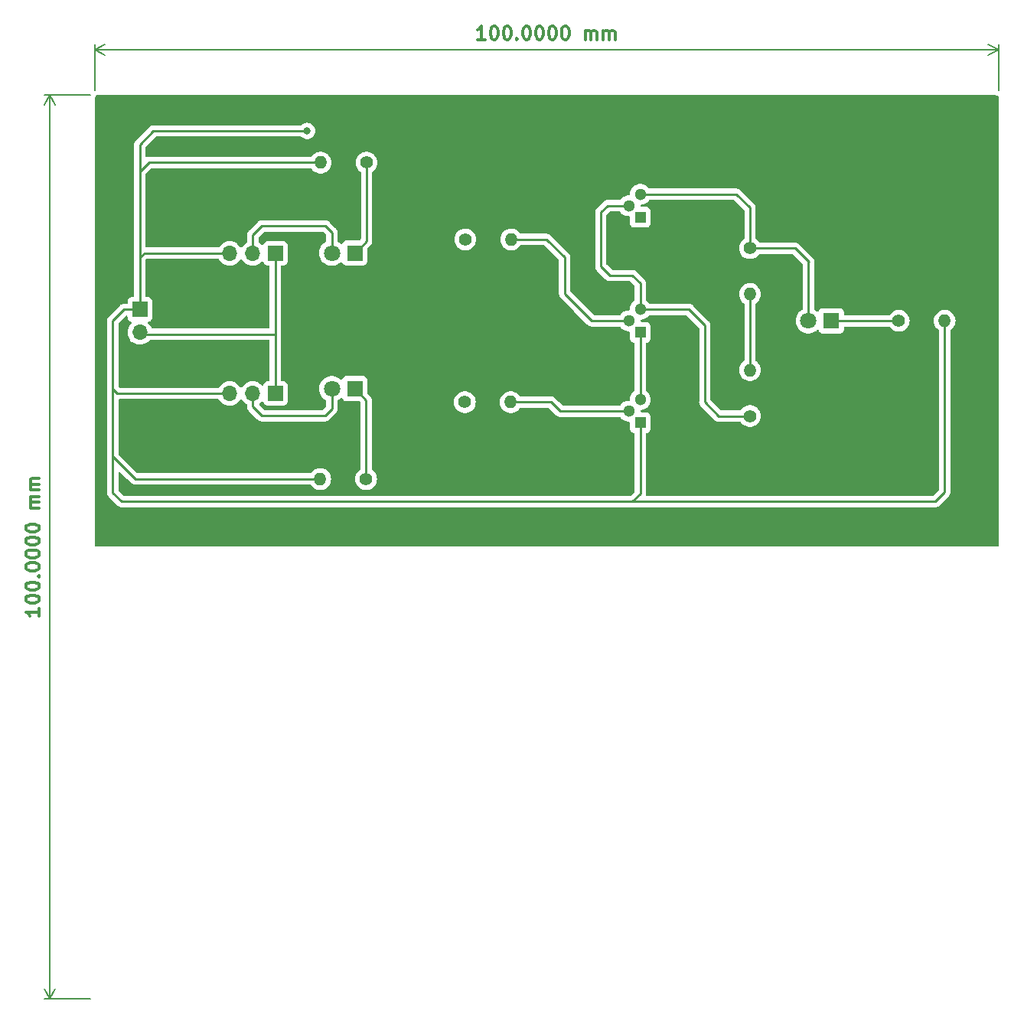
<source format=gbr>
%TF.GenerationSoftware,KiCad,Pcbnew,7.0.7*%
%TF.CreationDate,2023-11-13T12:36:41-05:00*%
%TF.ProjectId,TEJ4M-Unit-1-04,54454a34-4d2d-4556-9e69-742d312d3034,rev?*%
%TF.SameCoordinates,Original*%
%TF.FileFunction,Copper,L1,Top*%
%TF.FilePolarity,Positive*%
%FSLAX46Y46*%
G04 Gerber Fmt 4.6, Leading zero omitted, Abs format (unit mm)*
G04 Created by KiCad (PCBNEW 7.0.7) date 2023-11-13 12:36:41*
%MOMM*%
%LPD*%
G01*
G04 APERTURE LIST*
%ADD10C,0.300000*%
%TA.AperFunction,NonConductor*%
%ADD11C,0.300000*%
%TD*%
%TA.AperFunction,NonConductor*%
%ADD12C,0.200000*%
%TD*%
%TA.AperFunction,ComponentPad*%
%ADD13C,1.400000*%
%TD*%
%TA.AperFunction,ComponentPad*%
%ADD14O,1.400000X1.400000*%
%TD*%
%TA.AperFunction,ComponentPad*%
%ADD15R,1.300000X1.300000*%
%TD*%
%TA.AperFunction,ComponentPad*%
%ADD16C,1.300000*%
%TD*%
%TA.AperFunction,ComponentPad*%
%ADD17R,1.800000X1.800000*%
%TD*%
%TA.AperFunction,ComponentPad*%
%ADD18C,1.800000*%
%TD*%
%TA.AperFunction,ComponentPad*%
%ADD19R,1.700000X1.700000*%
%TD*%
%TA.AperFunction,ComponentPad*%
%ADD20O,1.700000X1.700000*%
%TD*%
%TA.AperFunction,ViaPad*%
%ADD21C,0.800000*%
%TD*%
%TA.AperFunction,Conductor*%
%ADD22C,0.250000*%
%TD*%
G04 APERTURE END LIST*
D10*
D11*
X93878328Y-106785712D02*
X93878328Y-107642855D01*
X93878328Y-107214284D02*
X92378328Y-107214284D01*
X92378328Y-107214284D02*
X92592614Y-107357141D01*
X92592614Y-107357141D02*
X92735471Y-107499998D01*
X92735471Y-107499998D02*
X92806900Y-107642855D01*
X92378328Y-105857141D02*
X92378328Y-105714284D01*
X92378328Y-105714284D02*
X92449757Y-105571427D01*
X92449757Y-105571427D02*
X92521185Y-105499999D01*
X92521185Y-105499999D02*
X92664042Y-105428570D01*
X92664042Y-105428570D02*
X92949757Y-105357141D01*
X92949757Y-105357141D02*
X93306900Y-105357141D01*
X93306900Y-105357141D02*
X93592614Y-105428570D01*
X93592614Y-105428570D02*
X93735471Y-105499999D01*
X93735471Y-105499999D02*
X93806900Y-105571427D01*
X93806900Y-105571427D02*
X93878328Y-105714284D01*
X93878328Y-105714284D02*
X93878328Y-105857141D01*
X93878328Y-105857141D02*
X93806900Y-105999999D01*
X93806900Y-105999999D02*
X93735471Y-106071427D01*
X93735471Y-106071427D02*
X93592614Y-106142856D01*
X93592614Y-106142856D02*
X93306900Y-106214284D01*
X93306900Y-106214284D02*
X92949757Y-106214284D01*
X92949757Y-106214284D02*
X92664042Y-106142856D01*
X92664042Y-106142856D02*
X92521185Y-106071427D01*
X92521185Y-106071427D02*
X92449757Y-105999999D01*
X92449757Y-105999999D02*
X92378328Y-105857141D01*
X92378328Y-104428570D02*
X92378328Y-104285713D01*
X92378328Y-104285713D02*
X92449757Y-104142856D01*
X92449757Y-104142856D02*
X92521185Y-104071428D01*
X92521185Y-104071428D02*
X92664042Y-103999999D01*
X92664042Y-103999999D02*
X92949757Y-103928570D01*
X92949757Y-103928570D02*
X93306900Y-103928570D01*
X93306900Y-103928570D02*
X93592614Y-103999999D01*
X93592614Y-103999999D02*
X93735471Y-104071428D01*
X93735471Y-104071428D02*
X93806900Y-104142856D01*
X93806900Y-104142856D02*
X93878328Y-104285713D01*
X93878328Y-104285713D02*
X93878328Y-104428570D01*
X93878328Y-104428570D02*
X93806900Y-104571428D01*
X93806900Y-104571428D02*
X93735471Y-104642856D01*
X93735471Y-104642856D02*
X93592614Y-104714285D01*
X93592614Y-104714285D02*
X93306900Y-104785713D01*
X93306900Y-104785713D02*
X92949757Y-104785713D01*
X92949757Y-104785713D02*
X92664042Y-104714285D01*
X92664042Y-104714285D02*
X92521185Y-104642856D01*
X92521185Y-104642856D02*
X92449757Y-104571428D01*
X92449757Y-104571428D02*
X92378328Y-104428570D01*
X93735471Y-103285714D02*
X93806900Y-103214285D01*
X93806900Y-103214285D02*
X93878328Y-103285714D01*
X93878328Y-103285714D02*
X93806900Y-103357142D01*
X93806900Y-103357142D02*
X93735471Y-103285714D01*
X93735471Y-103285714D02*
X93878328Y-103285714D01*
X92378328Y-102285713D02*
X92378328Y-102142856D01*
X92378328Y-102142856D02*
X92449757Y-101999999D01*
X92449757Y-101999999D02*
X92521185Y-101928571D01*
X92521185Y-101928571D02*
X92664042Y-101857142D01*
X92664042Y-101857142D02*
X92949757Y-101785713D01*
X92949757Y-101785713D02*
X93306900Y-101785713D01*
X93306900Y-101785713D02*
X93592614Y-101857142D01*
X93592614Y-101857142D02*
X93735471Y-101928571D01*
X93735471Y-101928571D02*
X93806900Y-101999999D01*
X93806900Y-101999999D02*
X93878328Y-102142856D01*
X93878328Y-102142856D02*
X93878328Y-102285713D01*
X93878328Y-102285713D02*
X93806900Y-102428571D01*
X93806900Y-102428571D02*
X93735471Y-102499999D01*
X93735471Y-102499999D02*
X93592614Y-102571428D01*
X93592614Y-102571428D02*
X93306900Y-102642856D01*
X93306900Y-102642856D02*
X92949757Y-102642856D01*
X92949757Y-102642856D02*
X92664042Y-102571428D01*
X92664042Y-102571428D02*
X92521185Y-102499999D01*
X92521185Y-102499999D02*
X92449757Y-102428571D01*
X92449757Y-102428571D02*
X92378328Y-102285713D01*
X92378328Y-100857142D02*
X92378328Y-100714285D01*
X92378328Y-100714285D02*
X92449757Y-100571428D01*
X92449757Y-100571428D02*
X92521185Y-100500000D01*
X92521185Y-100500000D02*
X92664042Y-100428571D01*
X92664042Y-100428571D02*
X92949757Y-100357142D01*
X92949757Y-100357142D02*
X93306900Y-100357142D01*
X93306900Y-100357142D02*
X93592614Y-100428571D01*
X93592614Y-100428571D02*
X93735471Y-100500000D01*
X93735471Y-100500000D02*
X93806900Y-100571428D01*
X93806900Y-100571428D02*
X93878328Y-100714285D01*
X93878328Y-100714285D02*
X93878328Y-100857142D01*
X93878328Y-100857142D02*
X93806900Y-101000000D01*
X93806900Y-101000000D02*
X93735471Y-101071428D01*
X93735471Y-101071428D02*
X93592614Y-101142857D01*
X93592614Y-101142857D02*
X93306900Y-101214285D01*
X93306900Y-101214285D02*
X92949757Y-101214285D01*
X92949757Y-101214285D02*
X92664042Y-101142857D01*
X92664042Y-101142857D02*
X92521185Y-101071428D01*
X92521185Y-101071428D02*
X92449757Y-101000000D01*
X92449757Y-101000000D02*
X92378328Y-100857142D01*
X92378328Y-99428571D02*
X92378328Y-99285714D01*
X92378328Y-99285714D02*
X92449757Y-99142857D01*
X92449757Y-99142857D02*
X92521185Y-99071429D01*
X92521185Y-99071429D02*
X92664042Y-99000000D01*
X92664042Y-99000000D02*
X92949757Y-98928571D01*
X92949757Y-98928571D02*
X93306900Y-98928571D01*
X93306900Y-98928571D02*
X93592614Y-99000000D01*
X93592614Y-99000000D02*
X93735471Y-99071429D01*
X93735471Y-99071429D02*
X93806900Y-99142857D01*
X93806900Y-99142857D02*
X93878328Y-99285714D01*
X93878328Y-99285714D02*
X93878328Y-99428571D01*
X93878328Y-99428571D02*
X93806900Y-99571429D01*
X93806900Y-99571429D02*
X93735471Y-99642857D01*
X93735471Y-99642857D02*
X93592614Y-99714286D01*
X93592614Y-99714286D02*
X93306900Y-99785714D01*
X93306900Y-99785714D02*
X92949757Y-99785714D01*
X92949757Y-99785714D02*
X92664042Y-99714286D01*
X92664042Y-99714286D02*
X92521185Y-99642857D01*
X92521185Y-99642857D02*
X92449757Y-99571429D01*
X92449757Y-99571429D02*
X92378328Y-99428571D01*
X92378328Y-98000000D02*
X92378328Y-97857143D01*
X92378328Y-97857143D02*
X92449757Y-97714286D01*
X92449757Y-97714286D02*
X92521185Y-97642858D01*
X92521185Y-97642858D02*
X92664042Y-97571429D01*
X92664042Y-97571429D02*
X92949757Y-97500000D01*
X92949757Y-97500000D02*
X93306900Y-97500000D01*
X93306900Y-97500000D02*
X93592614Y-97571429D01*
X93592614Y-97571429D02*
X93735471Y-97642858D01*
X93735471Y-97642858D02*
X93806900Y-97714286D01*
X93806900Y-97714286D02*
X93878328Y-97857143D01*
X93878328Y-97857143D02*
X93878328Y-98000000D01*
X93878328Y-98000000D02*
X93806900Y-98142858D01*
X93806900Y-98142858D02*
X93735471Y-98214286D01*
X93735471Y-98214286D02*
X93592614Y-98285715D01*
X93592614Y-98285715D02*
X93306900Y-98357143D01*
X93306900Y-98357143D02*
X92949757Y-98357143D01*
X92949757Y-98357143D02*
X92664042Y-98285715D01*
X92664042Y-98285715D02*
X92521185Y-98214286D01*
X92521185Y-98214286D02*
X92449757Y-98142858D01*
X92449757Y-98142858D02*
X92378328Y-98000000D01*
X93878328Y-95714287D02*
X92878328Y-95714287D01*
X93021185Y-95714287D02*
X92949757Y-95642858D01*
X92949757Y-95642858D02*
X92878328Y-95500001D01*
X92878328Y-95500001D02*
X92878328Y-95285715D01*
X92878328Y-95285715D02*
X92949757Y-95142858D01*
X92949757Y-95142858D02*
X93092614Y-95071430D01*
X93092614Y-95071430D02*
X93878328Y-95071430D01*
X93092614Y-95071430D02*
X92949757Y-95000001D01*
X92949757Y-95000001D02*
X92878328Y-94857144D01*
X92878328Y-94857144D02*
X92878328Y-94642858D01*
X92878328Y-94642858D02*
X92949757Y-94500001D01*
X92949757Y-94500001D02*
X93092614Y-94428572D01*
X93092614Y-94428572D02*
X93878328Y-94428572D01*
X93878328Y-93714287D02*
X92878328Y-93714287D01*
X93021185Y-93714287D02*
X92949757Y-93642858D01*
X92949757Y-93642858D02*
X92878328Y-93500001D01*
X92878328Y-93500001D02*
X92878328Y-93285715D01*
X92878328Y-93285715D02*
X92949757Y-93142858D01*
X92949757Y-93142858D02*
X93092614Y-93071430D01*
X93092614Y-93071430D02*
X93878328Y-93071430D01*
X93092614Y-93071430D02*
X92949757Y-93000001D01*
X92949757Y-93000001D02*
X92878328Y-92857144D01*
X92878328Y-92857144D02*
X92878328Y-92642858D01*
X92878328Y-92642858D02*
X92949757Y-92500001D01*
X92949757Y-92500001D02*
X93092614Y-92428572D01*
X93092614Y-92428572D02*
X93878328Y-92428572D01*
D12*
X99500000Y-150000000D02*
X94413580Y-150000000D01*
X99500000Y-50000000D02*
X94413580Y-50000000D01*
X95000000Y-150000000D02*
X95000000Y-50000000D01*
X95000000Y-150000000D02*
X95000000Y-50000000D01*
X95000000Y-150000000D02*
X94413579Y-148873496D01*
X95000000Y-150000000D02*
X95586421Y-148873496D01*
X95000000Y-50000000D02*
X95586421Y-51126504D01*
X95000000Y-50000000D02*
X94413579Y-51126504D01*
D10*
D11*
X143214287Y-43878328D02*
X142357144Y-43878328D01*
X142785715Y-43878328D02*
X142785715Y-42378328D01*
X142785715Y-42378328D02*
X142642858Y-42592614D01*
X142642858Y-42592614D02*
X142500001Y-42735471D01*
X142500001Y-42735471D02*
X142357144Y-42806900D01*
X144142858Y-42378328D02*
X144285715Y-42378328D01*
X144285715Y-42378328D02*
X144428572Y-42449757D01*
X144428572Y-42449757D02*
X144500001Y-42521185D01*
X144500001Y-42521185D02*
X144571429Y-42664042D01*
X144571429Y-42664042D02*
X144642858Y-42949757D01*
X144642858Y-42949757D02*
X144642858Y-43306900D01*
X144642858Y-43306900D02*
X144571429Y-43592614D01*
X144571429Y-43592614D02*
X144500001Y-43735471D01*
X144500001Y-43735471D02*
X144428572Y-43806900D01*
X144428572Y-43806900D02*
X144285715Y-43878328D01*
X144285715Y-43878328D02*
X144142858Y-43878328D01*
X144142858Y-43878328D02*
X144000001Y-43806900D01*
X144000001Y-43806900D02*
X143928572Y-43735471D01*
X143928572Y-43735471D02*
X143857143Y-43592614D01*
X143857143Y-43592614D02*
X143785715Y-43306900D01*
X143785715Y-43306900D02*
X143785715Y-42949757D01*
X143785715Y-42949757D02*
X143857143Y-42664042D01*
X143857143Y-42664042D02*
X143928572Y-42521185D01*
X143928572Y-42521185D02*
X144000001Y-42449757D01*
X144000001Y-42449757D02*
X144142858Y-42378328D01*
X145571429Y-42378328D02*
X145714286Y-42378328D01*
X145714286Y-42378328D02*
X145857143Y-42449757D01*
X145857143Y-42449757D02*
X145928572Y-42521185D01*
X145928572Y-42521185D02*
X146000000Y-42664042D01*
X146000000Y-42664042D02*
X146071429Y-42949757D01*
X146071429Y-42949757D02*
X146071429Y-43306900D01*
X146071429Y-43306900D02*
X146000000Y-43592614D01*
X146000000Y-43592614D02*
X145928572Y-43735471D01*
X145928572Y-43735471D02*
X145857143Y-43806900D01*
X145857143Y-43806900D02*
X145714286Y-43878328D01*
X145714286Y-43878328D02*
X145571429Y-43878328D01*
X145571429Y-43878328D02*
X145428572Y-43806900D01*
X145428572Y-43806900D02*
X145357143Y-43735471D01*
X145357143Y-43735471D02*
X145285714Y-43592614D01*
X145285714Y-43592614D02*
X145214286Y-43306900D01*
X145214286Y-43306900D02*
X145214286Y-42949757D01*
X145214286Y-42949757D02*
X145285714Y-42664042D01*
X145285714Y-42664042D02*
X145357143Y-42521185D01*
X145357143Y-42521185D02*
X145428572Y-42449757D01*
X145428572Y-42449757D02*
X145571429Y-42378328D01*
X146714285Y-43735471D02*
X146785714Y-43806900D01*
X146785714Y-43806900D02*
X146714285Y-43878328D01*
X146714285Y-43878328D02*
X146642857Y-43806900D01*
X146642857Y-43806900D02*
X146714285Y-43735471D01*
X146714285Y-43735471D02*
X146714285Y-43878328D01*
X147714286Y-42378328D02*
X147857143Y-42378328D01*
X147857143Y-42378328D02*
X148000000Y-42449757D01*
X148000000Y-42449757D02*
X148071429Y-42521185D01*
X148071429Y-42521185D02*
X148142857Y-42664042D01*
X148142857Y-42664042D02*
X148214286Y-42949757D01*
X148214286Y-42949757D02*
X148214286Y-43306900D01*
X148214286Y-43306900D02*
X148142857Y-43592614D01*
X148142857Y-43592614D02*
X148071429Y-43735471D01*
X148071429Y-43735471D02*
X148000000Y-43806900D01*
X148000000Y-43806900D02*
X147857143Y-43878328D01*
X147857143Y-43878328D02*
X147714286Y-43878328D01*
X147714286Y-43878328D02*
X147571429Y-43806900D01*
X147571429Y-43806900D02*
X147500000Y-43735471D01*
X147500000Y-43735471D02*
X147428571Y-43592614D01*
X147428571Y-43592614D02*
X147357143Y-43306900D01*
X147357143Y-43306900D02*
X147357143Y-42949757D01*
X147357143Y-42949757D02*
X147428571Y-42664042D01*
X147428571Y-42664042D02*
X147500000Y-42521185D01*
X147500000Y-42521185D02*
X147571429Y-42449757D01*
X147571429Y-42449757D02*
X147714286Y-42378328D01*
X149142857Y-42378328D02*
X149285714Y-42378328D01*
X149285714Y-42378328D02*
X149428571Y-42449757D01*
X149428571Y-42449757D02*
X149500000Y-42521185D01*
X149500000Y-42521185D02*
X149571428Y-42664042D01*
X149571428Y-42664042D02*
X149642857Y-42949757D01*
X149642857Y-42949757D02*
X149642857Y-43306900D01*
X149642857Y-43306900D02*
X149571428Y-43592614D01*
X149571428Y-43592614D02*
X149500000Y-43735471D01*
X149500000Y-43735471D02*
X149428571Y-43806900D01*
X149428571Y-43806900D02*
X149285714Y-43878328D01*
X149285714Y-43878328D02*
X149142857Y-43878328D01*
X149142857Y-43878328D02*
X149000000Y-43806900D01*
X149000000Y-43806900D02*
X148928571Y-43735471D01*
X148928571Y-43735471D02*
X148857142Y-43592614D01*
X148857142Y-43592614D02*
X148785714Y-43306900D01*
X148785714Y-43306900D02*
X148785714Y-42949757D01*
X148785714Y-42949757D02*
X148857142Y-42664042D01*
X148857142Y-42664042D02*
X148928571Y-42521185D01*
X148928571Y-42521185D02*
X149000000Y-42449757D01*
X149000000Y-42449757D02*
X149142857Y-42378328D01*
X150571428Y-42378328D02*
X150714285Y-42378328D01*
X150714285Y-42378328D02*
X150857142Y-42449757D01*
X150857142Y-42449757D02*
X150928571Y-42521185D01*
X150928571Y-42521185D02*
X150999999Y-42664042D01*
X150999999Y-42664042D02*
X151071428Y-42949757D01*
X151071428Y-42949757D02*
X151071428Y-43306900D01*
X151071428Y-43306900D02*
X150999999Y-43592614D01*
X150999999Y-43592614D02*
X150928571Y-43735471D01*
X150928571Y-43735471D02*
X150857142Y-43806900D01*
X150857142Y-43806900D02*
X150714285Y-43878328D01*
X150714285Y-43878328D02*
X150571428Y-43878328D01*
X150571428Y-43878328D02*
X150428571Y-43806900D01*
X150428571Y-43806900D02*
X150357142Y-43735471D01*
X150357142Y-43735471D02*
X150285713Y-43592614D01*
X150285713Y-43592614D02*
X150214285Y-43306900D01*
X150214285Y-43306900D02*
X150214285Y-42949757D01*
X150214285Y-42949757D02*
X150285713Y-42664042D01*
X150285713Y-42664042D02*
X150357142Y-42521185D01*
X150357142Y-42521185D02*
X150428571Y-42449757D01*
X150428571Y-42449757D02*
X150571428Y-42378328D01*
X151999999Y-42378328D02*
X152142856Y-42378328D01*
X152142856Y-42378328D02*
X152285713Y-42449757D01*
X152285713Y-42449757D02*
X152357142Y-42521185D01*
X152357142Y-42521185D02*
X152428570Y-42664042D01*
X152428570Y-42664042D02*
X152499999Y-42949757D01*
X152499999Y-42949757D02*
X152499999Y-43306900D01*
X152499999Y-43306900D02*
X152428570Y-43592614D01*
X152428570Y-43592614D02*
X152357142Y-43735471D01*
X152357142Y-43735471D02*
X152285713Y-43806900D01*
X152285713Y-43806900D02*
X152142856Y-43878328D01*
X152142856Y-43878328D02*
X151999999Y-43878328D01*
X151999999Y-43878328D02*
X151857142Y-43806900D01*
X151857142Y-43806900D02*
X151785713Y-43735471D01*
X151785713Y-43735471D02*
X151714284Y-43592614D01*
X151714284Y-43592614D02*
X151642856Y-43306900D01*
X151642856Y-43306900D02*
X151642856Y-42949757D01*
X151642856Y-42949757D02*
X151714284Y-42664042D01*
X151714284Y-42664042D02*
X151785713Y-42521185D01*
X151785713Y-42521185D02*
X151857142Y-42449757D01*
X151857142Y-42449757D02*
X151999999Y-42378328D01*
X154285712Y-43878328D02*
X154285712Y-42878328D01*
X154285712Y-43021185D02*
X154357141Y-42949757D01*
X154357141Y-42949757D02*
X154499998Y-42878328D01*
X154499998Y-42878328D02*
X154714284Y-42878328D01*
X154714284Y-42878328D02*
X154857141Y-42949757D01*
X154857141Y-42949757D02*
X154928570Y-43092614D01*
X154928570Y-43092614D02*
X154928570Y-43878328D01*
X154928570Y-43092614D02*
X154999998Y-42949757D01*
X154999998Y-42949757D02*
X155142855Y-42878328D01*
X155142855Y-42878328D02*
X155357141Y-42878328D01*
X155357141Y-42878328D02*
X155499998Y-42949757D01*
X155499998Y-42949757D02*
X155571427Y-43092614D01*
X155571427Y-43092614D02*
X155571427Y-43878328D01*
X156285712Y-43878328D02*
X156285712Y-42878328D01*
X156285712Y-43021185D02*
X156357141Y-42949757D01*
X156357141Y-42949757D02*
X156499998Y-42878328D01*
X156499998Y-42878328D02*
X156714284Y-42878328D01*
X156714284Y-42878328D02*
X156857141Y-42949757D01*
X156857141Y-42949757D02*
X156928570Y-43092614D01*
X156928570Y-43092614D02*
X156928570Y-43878328D01*
X156928570Y-43092614D02*
X156999998Y-42949757D01*
X156999998Y-42949757D02*
X157142855Y-42878328D01*
X157142855Y-42878328D02*
X157357141Y-42878328D01*
X157357141Y-42878328D02*
X157499998Y-42949757D01*
X157499998Y-42949757D02*
X157571427Y-43092614D01*
X157571427Y-43092614D02*
X157571427Y-43878328D01*
D12*
X100000000Y-49500000D02*
X100000000Y-44413580D01*
X200000000Y-49500000D02*
X200000000Y-44413580D01*
X100000000Y-45000000D02*
X200000000Y-45000000D01*
X100000000Y-45000000D02*
X200000000Y-45000000D01*
X100000000Y-45000000D02*
X101126504Y-44413579D01*
X100000000Y-45000000D02*
X101126504Y-45586421D01*
X200000000Y-45000000D02*
X198873496Y-45586421D01*
X200000000Y-45000000D02*
X198873496Y-44413579D01*
D13*
%TO.P,R7,1*%
%TO.N,Net-(D7-K)*%
X188960000Y-75000000D03*
D14*
%TO.P,R7,2*%
%TO.N,Net-(J3-Pin_1)*%
X194040000Y-75000000D03*
%TD*%
D13*
%TO.P,R1,1*%
%TO.N,Net-(D1-K)*%
X130040000Y-92500000D03*
D14*
%TO.P,R1,2*%
%TO.N,Net-(J3-Pin_1)*%
X124960000Y-92500000D03*
%TD*%
D13*
%TO.P,R5,1*%
%TO.N,Net-(Q2-E)*%
X172500000Y-85540000D03*
D14*
%TO.P,R5,2*%
%TO.N,Net-(J3-Pin_2)*%
X172500000Y-80460000D03*
%TD*%
D15*
%TO.P,Q2,1,C*%
%TO.N,Net-(Q1-E)*%
X160360000Y-76270000D03*
D16*
%TO.P,Q2,2,B*%
%TO.N,Net-(Q2-B)*%
X159090000Y-75000000D03*
%TO.P,Q2,3,E*%
%TO.N,Net-(Q2-E)*%
X160360000Y-73730000D03*
%TD*%
D17*
%TO.P,D1,1,K*%
%TO.N,Net-(D1-K)*%
X128775000Y-82500000D03*
D18*
%TO.P,D1,2,A*%
%TO.N,Net-(D1-A)*%
X126235000Y-82500000D03*
%TD*%
D15*
%TO.P,Q3,1,C*%
%TO.N,Net-(J3-Pin_1)*%
X160360000Y-63540000D03*
D16*
%TO.P,Q3,2,B*%
%TO.N,Net-(Q2-E)*%
X159090000Y-62270000D03*
%TO.P,Q3,3,E*%
%TO.N,Net-(D7-A)*%
X160360000Y-61000000D03*
%TD*%
D19*
%TO.P,J2,1*%
%TO.N,Net-(J3-Pin_2)*%
X120025000Y-67525000D03*
D20*
%TO.P,J2,2*%
%TO.N,Net-(D2-A)*%
X117485000Y-67525000D03*
%TO.P,J2,3*%
%TO.N,Net-(J3-Pin_1)*%
X114945000Y-67525000D03*
%TD*%
D19*
%TO.P,J1,1*%
%TO.N,Net-(J3-Pin_2)*%
X120025000Y-83025000D03*
D20*
%TO.P,J1,2*%
%TO.N,Net-(D1-A)*%
X117485000Y-83025000D03*
%TO.P,J1,3*%
%TO.N,Net-(J3-Pin_1)*%
X114945000Y-83025000D03*
%TD*%
D13*
%TO.P,R2,1*%
%TO.N,Net-(D2-K)*%
X130080000Y-57500000D03*
D14*
%TO.P,R2,2*%
%TO.N,Net-(J3-Pin_1)*%
X125000000Y-57500000D03*
%TD*%
D13*
%TO.P,R6,1*%
%TO.N,Net-(D7-A)*%
X172500000Y-66960000D03*
D14*
%TO.P,R6,2*%
%TO.N,Net-(J3-Pin_2)*%
X172500000Y-72040000D03*
%TD*%
D17*
%TO.P,D7,1,K*%
%TO.N,Net-(D7-K)*%
X181500000Y-75000000D03*
D18*
%TO.P,D7,2,A*%
%TO.N,Net-(D7-A)*%
X178960000Y-75000000D03*
%TD*%
D13*
%TO.P,R4,1*%
%TO.N,Net-(D2-A)*%
X141000000Y-66000000D03*
D14*
%TO.P,R4,2*%
%TO.N,Net-(Q2-B)*%
X146080000Y-66000000D03*
%TD*%
D19*
%TO.P,J3,1,Pin_1*%
%TO.N,Net-(J3-Pin_1)*%
X105000000Y-73750000D03*
D20*
%TO.P,J3,2,Pin_2*%
%TO.N,Net-(J3-Pin_2)*%
X105000000Y-76290000D03*
%TD*%
D15*
%TO.P,Q1,1,C*%
%TO.N,Net-(J3-Pin_1)*%
X160360000Y-86270000D03*
D16*
%TO.P,Q1,2,B*%
%TO.N,Net-(Q1-B)*%
X159090000Y-85000000D03*
%TO.P,Q1,3,E*%
%TO.N,Net-(Q1-E)*%
X160360000Y-83730000D03*
%TD*%
D13*
%TO.P,R3,1*%
%TO.N,Net-(D1-A)*%
X140960000Y-84000000D03*
D14*
%TO.P,R3,2*%
%TO.N,Net-(Q1-B)*%
X146040000Y-84000000D03*
%TD*%
D17*
%TO.P,D2,1,K*%
%TO.N,Net-(D2-K)*%
X128775000Y-67500000D03*
D18*
%TO.P,D2,2,A*%
%TO.N,Net-(D2-A)*%
X126235000Y-67500000D03*
%TD*%
D21*
%TO.N,Net-(J3-Pin_1)*%
X123500000Y-54000000D03*
%TD*%
D22*
%TO.N,Net-(J3-Pin_2)*%
X105210000Y-76500000D02*
X105000000Y-76290000D01*
X120000000Y-76500000D02*
X105210000Y-76500000D01*
X120000000Y-75500000D02*
X120000000Y-76500000D01*
%TO.N,Net-(J3-Pin_1)*%
X103250000Y-73750000D02*
X105000000Y-73750000D01*
X105000000Y-73750000D02*
X105000000Y-68000000D01*
X102000000Y-75000000D02*
X103250000Y-73750000D01*
X102000000Y-82500000D02*
X102000000Y-75000000D01*
%TO.N,Net-(D1-K)*%
X130040000Y-83765000D02*
X130040000Y-92500000D01*
X128775000Y-82500000D02*
X130040000Y-83765000D01*
%TO.N,Net-(D1-A)*%
X117485000Y-84485000D02*
X118500000Y-85500000D01*
X125500000Y-85500000D02*
X126235000Y-84765000D01*
X126235000Y-84765000D02*
X126235000Y-82500000D01*
X118500000Y-85500000D02*
X125500000Y-85500000D01*
X117485000Y-83025000D02*
X117485000Y-84485000D01*
%TO.N,Net-(D2-K)*%
X128775000Y-67500000D02*
X130080000Y-66195000D01*
X130080000Y-66195000D02*
X130080000Y-57500000D01*
%TO.N,Net-(D2-A)*%
X117485000Y-65515000D02*
X117485000Y-67525000D01*
X126235000Y-65235000D02*
X125500000Y-64500000D01*
X126235000Y-67500000D02*
X126235000Y-65235000D01*
X118500000Y-64500000D02*
X117485000Y-65515000D01*
X125500000Y-64500000D02*
X118500000Y-64500000D01*
%TO.N,Net-(D7-K)*%
X181500000Y-75000000D02*
X188960000Y-75000000D01*
%TO.N,Net-(D7-A)*%
X171000000Y-61000000D02*
X172500000Y-62500000D01*
X172500000Y-62500000D02*
X172500000Y-66960000D01*
X172500000Y-66960000D02*
X177460000Y-66960000D01*
X177460000Y-66960000D02*
X179000000Y-68500000D01*
X178960000Y-68540000D02*
X178960000Y-75000000D01*
X160360000Y-61000000D02*
X171000000Y-61000000D01*
X179000000Y-68500000D02*
X178960000Y-68540000D01*
%TO.N,Net-(J3-Pin_2)*%
X172500000Y-80460000D02*
X172500000Y-72040000D01*
X120000000Y-67550000D02*
X120000000Y-75500000D01*
X120025000Y-67525000D02*
X120000000Y-67550000D01*
X120000000Y-83000000D02*
X120000000Y-75500000D01*
X120025000Y-83025000D02*
X120000000Y-83000000D01*
%TO.N,Net-(J3-Pin_1)*%
X102525000Y-83025000D02*
X102000000Y-82500000D01*
X193000000Y-95000000D02*
X159500000Y-95000000D01*
X114945000Y-83025000D02*
X102525000Y-83025000D01*
X105000000Y-58500000D02*
X105000000Y-59000000D01*
X160360000Y-86270000D02*
X160360000Y-94140000D01*
X125000000Y-57500000D02*
X106000000Y-57500000D01*
X114920000Y-67500000D02*
X105500000Y-67500000D01*
X106500000Y-54000000D02*
X105000000Y-55500000D01*
X160360000Y-94140000D02*
X159500000Y-95000000D01*
X103000000Y-95000000D02*
X102000000Y-94000000D01*
X114945000Y-67525000D02*
X114920000Y-67500000D01*
X124960000Y-92500000D02*
X104500000Y-92500000D01*
X123500000Y-54000000D02*
X106500000Y-54000000D01*
X105500000Y-67500000D02*
X105000000Y-68000000D01*
X105000000Y-59000000D02*
X105000000Y-68000000D01*
X102000000Y-90000000D02*
X102000000Y-82500000D01*
X104500000Y-92500000D02*
X102000000Y-90000000D01*
X105000000Y-55500000D02*
X105000000Y-59000000D01*
X106000000Y-57500000D02*
X105000000Y-58500000D01*
X194040000Y-75000000D02*
X194040000Y-93960000D01*
X102000000Y-94000000D02*
X102000000Y-90000000D01*
X194040000Y-93960000D02*
X193000000Y-95000000D01*
X159500000Y-95000000D02*
X103000000Y-95000000D01*
%TO.N,Net-(Q1-B)*%
X150500000Y-84000000D02*
X151500000Y-85000000D01*
X151500000Y-85000000D02*
X159090000Y-85000000D01*
X146040000Y-84000000D02*
X150500000Y-84000000D01*
%TO.N,Net-(Q1-E)*%
X160360000Y-83730000D02*
X160360000Y-76270000D01*
%TO.N,Net-(Q2-B)*%
X146080000Y-66000000D02*
X150000000Y-66000000D01*
X152000000Y-68000000D02*
X152000000Y-72000000D01*
X152000000Y-72000000D02*
X155000000Y-75000000D01*
X155000000Y-75000000D02*
X159090000Y-75000000D01*
X150000000Y-66000000D02*
X152000000Y-68000000D01*
%TO.N,Net-(Q2-E)*%
X160360000Y-73730000D02*
X160360000Y-70860000D01*
X160360000Y-73730000D02*
X165730000Y-73730000D01*
X167500000Y-75500000D02*
X167500000Y-84000000D01*
X156000000Y-69000000D02*
X156000000Y-63000000D01*
X160360000Y-70860000D02*
X159500000Y-70000000D01*
X156730000Y-62270000D02*
X159090000Y-62270000D01*
X157000000Y-70000000D02*
X156000000Y-69000000D01*
X169040000Y-85540000D02*
X172500000Y-85540000D01*
X156000000Y-63000000D02*
X156730000Y-62270000D01*
X165730000Y-73730000D02*
X167500000Y-75500000D01*
X167500000Y-84000000D02*
X169040000Y-85540000D01*
X159500000Y-70000000D02*
X157000000Y-70000000D01*
%TD*%
%TA.AperFunction,NonConductor*%
G36*
X199690782Y-50020185D02*
G01*
X199696099Y-50023924D01*
X199697157Y-50024534D01*
X199697159Y-50024536D01*
X199697160Y-50024536D01*
X199697163Y-50024538D01*
X199770198Y-50054789D01*
X199843238Y-50085044D01*
X199891685Y-50091422D01*
X199955580Y-50119686D01*
X199994052Y-50178010D01*
X199999500Y-50214360D01*
X199999500Y-99876000D01*
X199979815Y-99943039D01*
X199927011Y-99988794D01*
X199875500Y-100000000D01*
X100124500Y-100000000D01*
X100057461Y-99980315D01*
X100011706Y-99927511D01*
X100000500Y-99876000D01*
X100000500Y-74980195D01*
X101369840Y-74980195D01*
X101374225Y-75026583D01*
X101374500Y-75032421D01*
X101374500Y-82417255D01*
X101372775Y-82432872D01*
X101373061Y-82432899D01*
X101372326Y-82440665D01*
X101374500Y-82509814D01*
X101374500Y-89917255D01*
X101372775Y-89932872D01*
X101373061Y-89932899D01*
X101372326Y-89940665D01*
X101374500Y-90009814D01*
X101374500Y-93917255D01*
X101372775Y-93932872D01*
X101373061Y-93932899D01*
X101372326Y-93940665D01*
X101374500Y-94009814D01*
X101374500Y-94039343D01*
X101374501Y-94039360D01*
X101375368Y-94046231D01*
X101375826Y-94052050D01*
X101377290Y-94098624D01*
X101377291Y-94098627D01*
X101382880Y-94117867D01*
X101386824Y-94136911D01*
X101389018Y-94154272D01*
X101389336Y-94156791D01*
X101406490Y-94200119D01*
X101408382Y-94205647D01*
X101421381Y-94250388D01*
X101431580Y-94267634D01*
X101440136Y-94285100D01*
X101447514Y-94303732D01*
X101472542Y-94338181D01*
X101474898Y-94341423D01*
X101478106Y-94346307D01*
X101501827Y-94386416D01*
X101501833Y-94386424D01*
X101515990Y-94400580D01*
X101528627Y-94415375D01*
X101540406Y-94431587D01*
X101557567Y-94445784D01*
X101576309Y-94461288D01*
X101580620Y-94465210D01*
X102499194Y-95383783D01*
X102499194Y-95383784D01*
X102509019Y-95396048D01*
X102509240Y-95395866D01*
X102514210Y-95401873D01*
X102514213Y-95401876D01*
X102514214Y-95401877D01*
X102564651Y-95449241D01*
X102585530Y-95470120D01*
X102591004Y-95474366D01*
X102595442Y-95478156D01*
X102629418Y-95510062D01*
X102629422Y-95510064D01*
X102646973Y-95519713D01*
X102663231Y-95530392D01*
X102679064Y-95542674D01*
X102701015Y-95552172D01*
X102721837Y-95561183D01*
X102727081Y-95563752D01*
X102767908Y-95586197D01*
X102787312Y-95591179D01*
X102805710Y-95597478D01*
X102824105Y-95605438D01*
X102870129Y-95612726D01*
X102875832Y-95613907D01*
X102920981Y-95625500D01*
X102941016Y-95625500D01*
X102960413Y-95627026D01*
X102980196Y-95630160D01*
X103026583Y-95625775D01*
X103032422Y-95625500D01*
X159417257Y-95625500D01*
X159432877Y-95627224D01*
X159432904Y-95626939D01*
X159440660Y-95627671D01*
X159440667Y-95627673D01*
X159509814Y-95625500D01*
X192917257Y-95625500D01*
X192932877Y-95627224D01*
X192932904Y-95626939D01*
X192940660Y-95627671D01*
X192940667Y-95627673D01*
X193009814Y-95625500D01*
X193039350Y-95625500D01*
X193046228Y-95624630D01*
X193052041Y-95624172D01*
X193098627Y-95622709D01*
X193117869Y-95617117D01*
X193136912Y-95613174D01*
X193156792Y-95610664D01*
X193200122Y-95593507D01*
X193205646Y-95591617D01*
X193209396Y-95590527D01*
X193250390Y-95578618D01*
X193267629Y-95568422D01*
X193285103Y-95559862D01*
X193303727Y-95552488D01*
X193303727Y-95552487D01*
X193303732Y-95552486D01*
X193341449Y-95525082D01*
X193346305Y-95521892D01*
X193386420Y-95498170D01*
X193400589Y-95483999D01*
X193415379Y-95471368D01*
X193431587Y-95459594D01*
X193461299Y-95423676D01*
X193465212Y-95419376D01*
X194423787Y-94460802D01*
X194436042Y-94450986D01*
X194435859Y-94450764D01*
X194441866Y-94445792D01*
X194441877Y-94445786D01*
X194477845Y-94407484D01*
X194489227Y-94395364D01*
X194499671Y-94384918D01*
X194510120Y-94374471D01*
X194514379Y-94368978D01*
X194518152Y-94364561D01*
X194550062Y-94330582D01*
X194559713Y-94313024D01*
X194570396Y-94296761D01*
X194582673Y-94280936D01*
X194601185Y-94238153D01*
X194603738Y-94232941D01*
X194626197Y-94192092D01*
X194631180Y-94172680D01*
X194637481Y-94154280D01*
X194645437Y-94135896D01*
X194652729Y-94089852D01*
X194653906Y-94084171D01*
X194665500Y-94039019D01*
X194665500Y-94018982D01*
X194667027Y-93999582D01*
X194670160Y-93979804D01*
X194665775Y-93933415D01*
X194665500Y-93927577D01*
X194665500Y-76093765D01*
X194685185Y-76026726D01*
X194724220Y-75988340D01*
X194766562Y-75962124D01*
X194930981Y-75812236D01*
X195065058Y-75634689D01*
X195164229Y-75435528D01*
X195225115Y-75221536D01*
X195245643Y-75000000D01*
X195225115Y-74778464D01*
X195164229Y-74564472D01*
X195153886Y-74543700D01*
X195065061Y-74365316D01*
X195065056Y-74365308D01*
X194930979Y-74187761D01*
X194766562Y-74037876D01*
X194766560Y-74037874D01*
X194577404Y-73920754D01*
X194577398Y-73920752D01*
X194369940Y-73840382D01*
X194151243Y-73799500D01*
X193928757Y-73799500D01*
X193710060Y-73840382D01*
X193585391Y-73888679D01*
X193502601Y-73920752D01*
X193502595Y-73920754D01*
X193313439Y-74037874D01*
X193313437Y-74037876D01*
X193149020Y-74187761D01*
X193014943Y-74365308D01*
X193014938Y-74365316D01*
X192915775Y-74564461D01*
X192915769Y-74564476D01*
X192854885Y-74778462D01*
X192854884Y-74778464D01*
X192834356Y-74999999D01*
X192834356Y-75000000D01*
X192854884Y-75221535D01*
X192854885Y-75221537D01*
X192915769Y-75435523D01*
X192915775Y-75435538D01*
X193014938Y-75634683D01*
X193014943Y-75634691D01*
X193149020Y-75812238D01*
X193313436Y-75962123D01*
X193322919Y-75967994D01*
X193355776Y-75988338D01*
X193402411Y-76040364D01*
X193414499Y-76093765D01*
X193414499Y-93649547D01*
X193394814Y-93716586D01*
X193378180Y-93737228D01*
X192777228Y-94338181D01*
X192715905Y-94371666D01*
X192689547Y-94374500D01*
X161105439Y-94374500D01*
X161038400Y-94354815D01*
X160992645Y-94302011D01*
X160982701Y-94232853D01*
X160985335Y-94219661D01*
X160985500Y-94219019D01*
X160985500Y-94198982D01*
X160987027Y-94179582D01*
X160988119Y-94172689D01*
X160990160Y-94159804D01*
X160985775Y-94113415D01*
X160985500Y-94107577D01*
X160985500Y-87539663D01*
X161005185Y-87472624D01*
X161057989Y-87426869D01*
X161096248Y-87416373D01*
X161117483Y-87414091D01*
X161252331Y-87363796D01*
X161367546Y-87277546D01*
X161453796Y-87162331D01*
X161504091Y-87027483D01*
X161510500Y-86967873D01*
X161510499Y-85572128D01*
X161504091Y-85512517D01*
X161503175Y-85510062D01*
X161453797Y-85377671D01*
X161453793Y-85377664D01*
X161367547Y-85262455D01*
X161367544Y-85262452D01*
X161252335Y-85176206D01*
X161252328Y-85176202D01*
X161117482Y-85125908D01*
X161117483Y-85125908D01*
X161057883Y-85119501D01*
X161057881Y-85119500D01*
X161057873Y-85119500D01*
X161057865Y-85119500D01*
X160526245Y-85119500D01*
X160459206Y-85099815D01*
X160413451Y-85047011D01*
X160403507Y-84977853D01*
X160432532Y-84914297D01*
X160491310Y-84876523D01*
X160503450Y-84873613D01*
X160676198Y-84841321D01*
X160875019Y-84764298D01*
X161056302Y-84652052D01*
X161213872Y-84508407D01*
X161342366Y-84338255D01*
X161395002Y-84232547D01*
X161437403Y-84147394D01*
X161437403Y-84147393D01*
X161437405Y-84147389D01*
X161495756Y-83942310D01*
X161515429Y-83730000D01*
X161495756Y-83517690D01*
X161437405Y-83312611D01*
X161437403Y-83312606D01*
X161437403Y-83312605D01*
X161342367Y-83121746D01*
X161213872Y-82951593D01*
X161091880Y-82840382D01*
X161056302Y-82807948D01*
X161056300Y-82807946D01*
X161056297Y-82807944D01*
X161044220Y-82800466D01*
X160997586Y-82748438D01*
X160985500Y-82695041D01*
X160985500Y-77539663D01*
X161005185Y-77472624D01*
X161057989Y-77426869D01*
X161096248Y-77416373D01*
X161117483Y-77414091D01*
X161252331Y-77363796D01*
X161367546Y-77277546D01*
X161453796Y-77162331D01*
X161504091Y-77027483D01*
X161510500Y-76967873D01*
X161510499Y-75572128D01*
X161504091Y-75512517D01*
X161503175Y-75510062D01*
X161453797Y-75377671D01*
X161453793Y-75377664D01*
X161367547Y-75262455D01*
X161367544Y-75262452D01*
X161252335Y-75176206D01*
X161252328Y-75176202D01*
X161117482Y-75125908D01*
X161117483Y-75125908D01*
X161057883Y-75119501D01*
X161057881Y-75119500D01*
X161057873Y-75119500D01*
X161057865Y-75119500D01*
X160526245Y-75119500D01*
X160459206Y-75099815D01*
X160413451Y-75047011D01*
X160403507Y-74977853D01*
X160432532Y-74914297D01*
X160491310Y-74876523D01*
X160503450Y-74873613D01*
X160676198Y-74841321D01*
X160875019Y-74764298D01*
X161056302Y-74652052D01*
X161213872Y-74508407D01*
X161292133Y-74404772D01*
X161348242Y-74363137D01*
X161391087Y-74355500D01*
X165419548Y-74355500D01*
X165486587Y-74375185D01*
X165507229Y-74391819D01*
X166838181Y-75722771D01*
X166871666Y-75784094D01*
X166874500Y-75810452D01*
X166874500Y-83917255D01*
X166872775Y-83932872D01*
X166873061Y-83932899D01*
X166872326Y-83940665D01*
X166874500Y-84009814D01*
X166874500Y-84039343D01*
X166874501Y-84039360D01*
X166875368Y-84046231D01*
X166875826Y-84052050D01*
X166877290Y-84098624D01*
X166877291Y-84098627D01*
X166882880Y-84117867D01*
X166886824Y-84136911D01*
X166888149Y-84147392D01*
X166889336Y-84156791D01*
X166906490Y-84200119D01*
X166908382Y-84205647D01*
X166916197Y-84232547D01*
X166921382Y-84250390D01*
X166923060Y-84253228D01*
X166931580Y-84267634D01*
X166940136Y-84285100D01*
X166947514Y-84303732D01*
X166972542Y-84338181D01*
X166974898Y-84341423D01*
X166978106Y-84346307D01*
X167001827Y-84386416D01*
X167001833Y-84386424D01*
X167015990Y-84400580D01*
X167028628Y-84415376D01*
X167040405Y-84431586D01*
X167040406Y-84431587D01*
X167076309Y-84461288D01*
X167080620Y-84465210D01*
X168176592Y-85561183D01*
X168539197Y-85923788D01*
X168549022Y-85936051D01*
X168549243Y-85935869D01*
X168554214Y-85941878D01*
X168580217Y-85966295D01*
X168604635Y-85989226D01*
X168625529Y-86010120D01*
X168631011Y-86014373D01*
X168635443Y-86018157D01*
X168669418Y-86050062D01*
X168686976Y-86059714D01*
X168703233Y-86070393D01*
X168719064Y-86082673D01*
X168738713Y-86091176D01*
X168761833Y-86101182D01*
X168767077Y-86103750D01*
X168807908Y-86126197D01*
X168820523Y-86129435D01*
X168827305Y-86131177D01*
X168845719Y-86137481D01*
X168864104Y-86145438D01*
X168910157Y-86152732D01*
X168915826Y-86153906D01*
X168960981Y-86165500D01*
X168981016Y-86165500D01*
X169000413Y-86167026D01*
X169020196Y-86170160D01*
X169066583Y-86165775D01*
X169072422Y-86165500D01*
X171406258Y-86165500D01*
X171473297Y-86185185D01*
X171505212Y-86214773D01*
X171609020Y-86352238D01*
X171773437Y-86502123D01*
X171773439Y-86502125D01*
X171962595Y-86619245D01*
X171962596Y-86619245D01*
X171962599Y-86619247D01*
X172170060Y-86699618D01*
X172388757Y-86740500D01*
X172388759Y-86740500D01*
X172611241Y-86740500D01*
X172611243Y-86740500D01*
X172829940Y-86699618D01*
X173037401Y-86619247D01*
X173226562Y-86502124D01*
X173390981Y-86352236D01*
X173525058Y-86174689D01*
X173624229Y-85975528D01*
X173685115Y-85761536D01*
X173705643Y-85540000D01*
X173685115Y-85318464D01*
X173624229Y-85104472D01*
X173624224Y-85104461D01*
X173525061Y-84905316D01*
X173525056Y-84905308D01*
X173390979Y-84727761D01*
X173226562Y-84577876D01*
X173226560Y-84577874D01*
X173037404Y-84460754D01*
X173037398Y-84460752D01*
X172829940Y-84380382D01*
X172611243Y-84339500D01*
X172388757Y-84339500D01*
X172170060Y-84380382D01*
X172073218Y-84417899D01*
X171962601Y-84460752D01*
X171962595Y-84460754D01*
X171773439Y-84577874D01*
X171773437Y-84577876D01*
X171609020Y-84727761D01*
X171505212Y-84865227D01*
X171449103Y-84906863D01*
X171406258Y-84914500D01*
X169350452Y-84914500D01*
X169283413Y-84894815D01*
X169262771Y-84878181D01*
X168161819Y-83777228D01*
X168128334Y-83715905D01*
X168125500Y-83689547D01*
X168125500Y-80460000D01*
X171294356Y-80460000D01*
X171314884Y-80681535D01*
X171314885Y-80681537D01*
X171375769Y-80895523D01*
X171375775Y-80895538D01*
X171474938Y-81094683D01*
X171474943Y-81094691D01*
X171609020Y-81272238D01*
X171773437Y-81422123D01*
X171773439Y-81422125D01*
X171962595Y-81539245D01*
X171962596Y-81539245D01*
X171962599Y-81539247D01*
X172170060Y-81619618D01*
X172388757Y-81660500D01*
X172388759Y-81660500D01*
X172611241Y-81660500D01*
X172611243Y-81660500D01*
X172829940Y-81619618D01*
X173037401Y-81539247D01*
X173226562Y-81422124D01*
X173390981Y-81272236D01*
X173525058Y-81094689D01*
X173624229Y-80895528D01*
X173685115Y-80681536D01*
X173705643Y-80460000D01*
X173685115Y-80238464D01*
X173624229Y-80024472D01*
X173624224Y-80024461D01*
X173525061Y-79825316D01*
X173525056Y-79825308D01*
X173390979Y-79647761D01*
X173226563Y-79497877D01*
X173226562Y-79497876D01*
X173184222Y-79471660D01*
X173137587Y-79419631D01*
X173125500Y-79366233D01*
X173125500Y-73133765D01*
X173145185Y-73066726D01*
X173184220Y-73028340D01*
X173226562Y-73002124D01*
X173390981Y-72852236D01*
X173525058Y-72674689D01*
X173533536Y-72657664D01*
X173624224Y-72475538D01*
X173624223Y-72475538D01*
X173624229Y-72475528D01*
X173685115Y-72261536D01*
X173705643Y-72040000D01*
X173685115Y-71818464D01*
X173624229Y-71604472D01*
X173624224Y-71604461D01*
X173525061Y-71405316D01*
X173525056Y-71405308D01*
X173390979Y-71227761D01*
X173226562Y-71077876D01*
X173226560Y-71077874D01*
X173037404Y-70960754D01*
X173037398Y-70960752D01*
X172829940Y-70880382D01*
X172611243Y-70839500D01*
X172388757Y-70839500D01*
X172170060Y-70880382D01*
X172044423Y-70929054D01*
X171962601Y-70960752D01*
X171962595Y-70960754D01*
X171773439Y-71077874D01*
X171773437Y-71077876D01*
X171609020Y-71227761D01*
X171474943Y-71405308D01*
X171474938Y-71405316D01*
X171375775Y-71604461D01*
X171375769Y-71604476D01*
X171314885Y-71818462D01*
X171314884Y-71818464D01*
X171294356Y-72039999D01*
X171294356Y-72040000D01*
X171314884Y-72261535D01*
X171314885Y-72261537D01*
X171375769Y-72475523D01*
X171375775Y-72475538D01*
X171474938Y-72674683D01*
X171474943Y-72674691D01*
X171609020Y-72852238D01*
X171773433Y-73002120D01*
X171773435Y-73002122D01*
X171773437Y-73002123D01*
X171773438Y-73002124D01*
X171815778Y-73028339D01*
X171862412Y-73080364D01*
X171874500Y-73133765D01*
X171874500Y-79366233D01*
X171854815Y-79433272D01*
X171815778Y-79471660D01*
X171773436Y-79497877D01*
X171609020Y-79647761D01*
X171474943Y-79825308D01*
X171474938Y-79825316D01*
X171375775Y-80024461D01*
X171375769Y-80024476D01*
X171314885Y-80238462D01*
X171314884Y-80238464D01*
X171294356Y-80459999D01*
X171294356Y-80460000D01*
X168125500Y-80460000D01*
X168125500Y-75582742D01*
X168127224Y-75567122D01*
X168126939Y-75567096D01*
X168127671Y-75559340D01*
X168127673Y-75559333D01*
X168125500Y-75490185D01*
X168125500Y-75460650D01*
X168124631Y-75453772D01*
X168124172Y-75447943D01*
X168122709Y-75401372D01*
X168117122Y-75382144D01*
X168113174Y-75363084D01*
X168110663Y-75343204D01*
X168093512Y-75299887D01*
X168091619Y-75294358D01*
X168078618Y-75249609D01*
X168078616Y-75249606D01*
X168068423Y-75232371D01*
X168059861Y-75214894D01*
X168052487Y-75196270D01*
X168052486Y-75196268D01*
X168025079Y-75158545D01*
X168021888Y-75153686D01*
X167998172Y-75113583D01*
X167998165Y-75113574D01*
X167984006Y-75099415D01*
X167971368Y-75084619D01*
X167959594Y-75068413D01*
X167933723Y-75047011D01*
X167923688Y-75038709D01*
X167919376Y-75034786D01*
X166230803Y-73346212D01*
X166220980Y-73333950D01*
X166220759Y-73334134D01*
X166215786Y-73328123D01*
X166213854Y-73326309D01*
X166165364Y-73280773D01*
X166150586Y-73265995D01*
X166144475Y-73259883D01*
X166138986Y-73255625D01*
X166134561Y-73251847D01*
X166100582Y-73219938D01*
X166100580Y-73219936D01*
X166100577Y-73219935D01*
X166083029Y-73210288D01*
X166066763Y-73199604D01*
X166050936Y-73187327D01*
X166050935Y-73187326D01*
X166050933Y-73187325D01*
X166008168Y-73168818D01*
X166002922Y-73166248D01*
X165962093Y-73143803D01*
X165962092Y-73143802D01*
X165942693Y-73138822D01*
X165924281Y-73132518D01*
X165905898Y-73124562D01*
X165905892Y-73124560D01*
X165859874Y-73117272D01*
X165854152Y-73116087D01*
X165809021Y-73104500D01*
X165809019Y-73104500D01*
X165788984Y-73104500D01*
X165769586Y-73102973D01*
X165762162Y-73101797D01*
X165749805Y-73099840D01*
X165749804Y-73099840D01*
X165703416Y-73104225D01*
X165697578Y-73104500D01*
X161391087Y-73104500D01*
X161324048Y-73084815D01*
X161292133Y-73055227D01*
X161252031Y-73002124D01*
X161213872Y-72951593D01*
X161056302Y-72807948D01*
X161056300Y-72807946D01*
X161056297Y-72807944D01*
X161044220Y-72800466D01*
X160997586Y-72748438D01*
X160985500Y-72695041D01*
X160985500Y-70942742D01*
X160987224Y-70927122D01*
X160986939Y-70927095D01*
X160987673Y-70919333D01*
X160985500Y-70850172D01*
X160985500Y-70820656D01*
X160985500Y-70820650D01*
X160984631Y-70813779D01*
X160984173Y-70807952D01*
X160982710Y-70761373D01*
X160977119Y-70742130D01*
X160973173Y-70723078D01*
X160970664Y-70703208D01*
X160953504Y-70659867D01*
X160951624Y-70654379D01*
X160938618Y-70609610D01*
X160928422Y-70592370D01*
X160919861Y-70574894D01*
X160912487Y-70556270D01*
X160912486Y-70556268D01*
X160885079Y-70518545D01*
X160881888Y-70513686D01*
X160879742Y-70510058D01*
X160859695Y-70476159D01*
X160858172Y-70473583D01*
X160858165Y-70473574D01*
X160844006Y-70459415D01*
X160831368Y-70444619D01*
X160819594Y-70428413D01*
X160787517Y-70401877D01*
X160783688Y-70398709D01*
X160779376Y-70394786D01*
X160000803Y-69616212D01*
X159990980Y-69603950D01*
X159990759Y-69604134D01*
X159985786Y-69598123D01*
X159935364Y-69550773D01*
X159924919Y-69540328D01*
X159914475Y-69529883D01*
X159908986Y-69525625D01*
X159904561Y-69521847D01*
X159870582Y-69489938D01*
X159870580Y-69489936D01*
X159870577Y-69489935D01*
X159853029Y-69480288D01*
X159836763Y-69469604D01*
X159820936Y-69457327D01*
X159820935Y-69457326D01*
X159820933Y-69457325D01*
X159778168Y-69438818D01*
X159772922Y-69436248D01*
X159732093Y-69413803D01*
X159732092Y-69413802D01*
X159712693Y-69408822D01*
X159694281Y-69402518D01*
X159675898Y-69394562D01*
X159675892Y-69394560D01*
X159629874Y-69387272D01*
X159624152Y-69386087D01*
X159579021Y-69374500D01*
X159579019Y-69374500D01*
X159558984Y-69374500D01*
X159539586Y-69372973D01*
X159532162Y-69371797D01*
X159519805Y-69369840D01*
X159519804Y-69369840D01*
X159473416Y-69374225D01*
X159467578Y-69374500D01*
X157310452Y-69374500D01*
X157243413Y-69354815D01*
X157222771Y-69338181D01*
X156661819Y-68777228D01*
X156628334Y-68715905D01*
X156625500Y-68689547D01*
X156625500Y-63310452D01*
X156645185Y-63243413D01*
X156661819Y-63222771D01*
X156952772Y-62931819D01*
X157014095Y-62898334D01*
X157040453Y-62895500D01*
X158058913Y-62895500D01*
X158125952Y-62915185D01*
X158157865Y-62944771D01*
X158236128Y-63048407D01*
X158393698Y-63192052D01*
X158574981Y-63304298D01*
X158773802Y-63381321D01*
X158983390Y-63420500D01*
X158983392Y-63420500D01*
X159085500Y-63420500D01*
X159152539Y-63440185D01*
X159198294Y-63492989D01*
X159209500Y-63544500D01*
X159209500Y-64237870D01*
X159209501Y-64237876D01*
X159215908Y-64297483D01*
X159266202Y-64432328D01*
X159266206Y-64432335D01*
X159352452Y-64547544D01*
X159352455Y-64547547D01*
X159467664Y-64633793D01*
X159467671Y-64633797D01*
X159602517Y-64684091D01*
X159602516Y-64684091D01*
X159609444Y-64684835D01*
X159662127Y-64690500D01*
X161057872Y-64690499D01*
X161117483Y-64684091D01*
X161252331Y-64633796D01*
X161367546Y-64547546D01*
X161453796Y-64432331D01*
X161504091Y-64297483D01*
X161510500Y-64237873D01*
X161510499Y-62842128D01*
X161504091Y-62782517D01*
X161498642Y-62767908D01*
X161453797Y-62647671D01*
X161453793Y-62647664D01*
X161367547Y-62532455D01*
X161367544Y-62532452D01*
X161252335Y-62446206D01*
X161252328Y-62446202D01*
X161117482Y-62395908D01*
X161117483Y-62395908D01*
X161057883Y-62389501D01*
X161057881Y-62389500D01*
X161057873Y-62389500D01*
X161057865Y-62389500D01*
X160526245Y-62389500D01*
X160459206Y-62369815D01*
X160413451Y-62317011D01*
X160403507Y-62247853D01*
X160432532Y-62184297D01*
X160491310Y-62146523D01*
X160503450Y-62143613D01*
X160676198Y-62111321D01*
X160875019Y-62034298D01*
X161056302Y-61922052D01*
X161213872Y-61778407D01*
X161292133Y-61674772D01*
X161348242Y-61633137D01*
X161391087Y-61625500D01*
X170689548Y-61625500D01*
X170756587Y-61645185D01*
X170777229Y-61661819D01*
X171838181Y-62722771D01*
X171871666Y-62784094D01*
X171874500Y-62810452D01*
X171874500Y-65866233D01*
X171854815Y-65933272D01*
X171815778Y-65971660D01*
X171773436Y-65997877D01*
X171609020Y-66147761D01*
X171474943Y-66325308D01*
X171474938Y-66325316D01*
X171375775Y-66524461D01*
X171375769Y-66524476D01*
X171314885Y-66738462D01*
X171314884Y-66738464D01*
X171294356Y-66959999D01*
X171294356Y-66960000D01*
X171314884Y-67181535D01*
X171314885Y-67181537D01*
X171375769Y-67395523D01*
X171375775Y-67395538D01*
X171474938Y-67594683D01*
X171474943Y-67594691D01*
X171609020Y-67772238D01*
X171773437Y-67922123D01*
X171773439Y-67922125D01*
X171962595Y-68039245D01*
X171962596Y-68039245D01*
X171962599Y-68039247D01*
X172170060Y-68119618D01*
X172388757Y-68160500D01*
X172388759Y-68160500D01*
X172611241Y-68160500D01*
X172611243Y-68160500D01*
X172829940Y-68119618D01*
X173037401Y-68039247D01*
X173226562Y-67922124D01*
X173390981Y-67772236D01*
X173494788Y-67634772D01*
X173550897Y-67593137D01*
X173593742Y-67585500D01*
X177149548Y-67585500D01*
X177216587Y-67605185D01*
X177237229Y-67621819D01*
X178298182Y-68682772D01*
X178331666Y-68744093D01*
X178334500Y-68770451D01*
X178334500Y-73672185D01*
X178314815Y-73739224D01*
X178269518Y-73781239D01*
X178191380Y-73823525D01*
X178191365Y-73823535D01*
X178008222Y-73966081D01*
X178008219Y-73966084D01*
X178008216Y-73966086D01*
X178008216Y-73966087D01*
X177963319Y-74014858D01*
X177851016Y-74136852D01*
X177724075Y-74331151D01*
X177630842Y-74543699D01*
X177573866Y-74768691D01*
X177573864Y-74768702D01*
X177554700Y-74999993D01*
X177554700Y-75000006D01*
X177573864Y-75231297D01*
X177573866Y-75231308D01*
X177630842Y-75456300D01*
X177724075Y-75668848D01*
X177851016Y-75863147D01*
X177851019Y-75863151D01*
X177851021Y-75863153D01*
X178008216Y-76033913D01*
X178008219Y-76033915D01*
X178008222Y-76033918D01*
X178191365Y-76176464D01*
X178191371Y-76176468D01*
X178191374Y-76176470D01*
X178395497Y-76286936D01*
X178509487Y-76326068D01*
X178615015Y-76362297D01*
X178615017Y-76362297D01*
X178615019Y-76362298D01*
X178843951Y-76400500D01*
X178843952Y-76400500D01*
X179076048Y-76400500D01*
X179076049Y-76400500D01*
X179304981Y-76362298D01*
X179524503Y-76286936D01*
X179728626Y-76176470D01*
X179761993Y-76150500D01*
X179834886Y-76093765D01*
X179911784Y-76033913D01*
X179920130Y-76024846D01*
X179980010Y-75988854D01*
X180049849Y-75990949D01*
X180107468Y-76030469D01*
X180127544Y-76065491D01*
X180156203Y-76142330D01*
X180156206Y-76142335D01*
X180242452Y-76257544D01*
X180242455Y-76257547D01*
X180357664Y-76343793D01*
X180357671Y-76343797D01*
X180492517Y-76394091D01*
X180492516Y-76394091D01*
X180499444Y-76394835D01*
X180552127Y-76400500D01*
X182447872Y-76400499D01*
X182507483Y-76394091D01*
X182642331Y-76343796D01*
X182757546Y-76257546D01*
X182843796Y-76142331D01*
X182894091Y-76007483D01*
X182900500Y-75947873D01*
X182900499Y-75749499D01*
X182920185Y-75682461D01*
X182972989Y-75636706D01*
X183024500Y-75625500D01*
X187866258Y-75625500D01*
X187933297Y-75645185D01*
X187965212Y-75674773D01*
X188069020Y-75812238D01*
X188233437Y-75962123D01*
X188233439Y-75962125D01*
X188422595Y-76079245D01*
X188422596Y-76079245D01*
X188422599Y-76079247D01*
X188630060Y-76159618D01*
X188848757Y-76200500D01*
X188848759Y-76200500D01*
X189071241Y-76200500D01*
X189071243Y-76200500D01*
X189289940Y-76159618D01*
X189497401Y-76079247D01*
X189686562Y-75962124D01*
X189850981Y-75812236D01*
X189985058Y-75634689D01*
X190084229Y-75435528D01*
X190145115Y-75221536D01*
X190165643Y-75000000D01*
X190145115Y-74778464D01*
X190084229Y-74564472D01*
X190073886Y-74543700D01*
X189985061Y-74365316D01*
X189985056Y-74365308D01*
X189850979Y-74187761D01*
X189686562Y-74037876D01*
X189686560Y-74037874D01*
X189497404Y-73920754D01*
X189497398Y-73920752D01*
X189289940Y-73840382D01*
X189071243Y-73799500D01*
X188848757Y-73799500D01*
X188630060Y-73840382D01*
X188505391Y-73888679D01*
X188422601Y-73920752D01*
X188422595Y-73920754D01*
X188233439Y-74037874D01*
X188233437Y-74037876D01*
X188069020Y-74187761D01*
X187965212Y-74325227D01*
X187909103Y-74366863D01*
X187866258Y-74374500D01*
X183024499Y-74374500D01*
X182957460Y-74354815D01*
X182911705Y-74302011D01*
X182900499Y-74250500D01*
X182900499Y-74052129D01*
X182900498Y-74052123D01*
X182898966Y-74037874D01*
X182894091Y-73992517D01*
X182884233Y-73966087D01*
X182843797Y-73857671D01*
X182843793Y-73857664D01*
X182757547Y-73742455D01*
X182757544Y-73742452D01*
X182642335Y-73656206D01*
X182642328Y-73656202D01*
X182507482Y-73605908D01*
X182507483Y-73605908D01*
X182447883Y-73599501D01*
X182447881Y-73599500D01*
X182447873Y-73599500D01*
X182447864Y-73599500D01*
X180552129Y-73599500D01*
X180552123Y-73599501D01*
X180492516Y-73605908D01*
X180357671Y-73656202D01*
X180357664Y-73656206D01*
X180242455Y-73742452D01*
X180242452Y-73742455D01*
X180156206Y-73857664D01*
X180156203Y-73857670D01*
X180127544Y-73934508D01*
X180085672Y-73990441D01*
X180020208Y-74014858D01*
X179951935Y-74000006D01*
X179920135Y-73975158D01*
X179911784Y-73966087D01*
X179911778Y-73966082D01*
X179911777Y-73966081D01*
X179728634Y-73823535D01*
X179728619Y-73823525D01*
X179650482Y-73781239D01*
X179600891Y-73732020D01*
X179585500Y-73672185D01*
X179585500Y-68756587D01*
X179591673Y-68721220D01*
X179591496Y-68721181D01*
X179592336Y-68717420D01*
X179592833Y-68714576D01*
X179593193Y-68713573D01*
X179593198Y-68713565D01*
X179594979Y-68705593D01*
X179602192Y-68683395D01*
X179605438Y-68675895D01*
X179614425Y-68619146D01*
X179615143Y-68615383D01*
X179627673Y-68559333D01*
X179627416Y-68551163D01*
X179628883Y-68527866D01*
X179629361Y-68524849D01*
X179630160Y-68519804D01*
X179624755Y-68462642D01*
X179624512Y-68458772D01*
X179622709Y-68401373D01*
X179620428Y-68393523D01*
X179616055Y-68370601D01*
X179615287Y-68362467D01*
X179602290Y-68326367D01*
X179595841Y-68308453D01*
X179594637Y-68304748D01*
X179578618Y-68249611D01*
X179578618Y-68249610D01*
X179574460Y-68242580D01*
X179564523Y-68221464D01*
X179561754Y-68213771D01*
X179554319Y-68202831D01*
X179529473Y-68166271D01*
X179527385Y-68162981D01*
X179526697Y-68161818D01*
X179498170Y-68113580D01*
X179492397Y-68107807D01*
X179477521Y-68089826D01*
X179472924Y-68083062D01*
X179472556Y-68082738D01*
X179429840Y-68045078D01*
X179427001Y-68042411D01*
X177960803Y-66576212D01*
X177950980Y-66563950D01*
X177950759Y-66564134D01*
X177945786Y-66558123D01*
X177925930Y-66539477D01*
X177895364Y-66510773D01*
X177884597Y-66500006D01*
X177874475Y-66489883D01*
X177868986Y-66485625D01*
X177864561Y-66481847D01*
X177830582Y-66449938D01*
X177830580Y-66449936D01*
X177830577Y-66449935D01*
X177813029Y-66440288D01*
X177796763Y-66429604D01*
X177780936Y-66417327D01*
X177780935Y-66417326D01*
X177780933Y-66417325D01*
X177738168Y-66398818D01*
X177732922Y-66396248D01*
X177692093Y-66373803D01*
X177692092Y-66373802D01*
X177672693Y-66368822D01*
X177654281Y-66362518D01*
X177635898Y-66354562D01*
X177635892Y-66354560D01*
X177589874Y-66347272D01*
X177584152Y-66346087D01*
X177539021Y-66334500D01*
X177539019Y-66334500D01*
X177518984Y-66334500D01*
X177499586Y-66332973D01*
X177492162Y-66331797D01*
X177479805Y-66329840D01*
X177479804Y-66329840D01*
X177433416Y-66334225D01*
X177427578Y-66334500D01*
X173593742Y-66334500D01*
X173526703Y-66314815D01*
X173494788Y-66285227D01*
X173390979Y-66147761D01*
X173226566Y-65997879D01*
X173226564Y-65997878D01*
X173226562Y-65997876D01*
X173184220Y-65971659D01*
X173137586Y-65919631D01*
X173125499Y-65866233D01*
X173125499Y-64297482D01*
X173125499Y-62582727D01*
X173127225Y-62567123D01*
X173126938Y-62567096D01*
X173127672Y-62559333D01*
X173126827Y-62532454D01*
X173125500Y-62490203D01*
X173125500Y-62460650D01*
X173124629Y-62453759D01*
X173124172Y-62447945D01*
X173122709Y-62401373D01*
X173117121Y-62382139D01*
X173113174Y-62363081D01*
X173110664Y-62343208D01*
X173105059Y-62329052D01*
X173093507Y-62299875D01*
X173091614Y-62294346D01*
X173078618Y-62249614D01*
X173078617Y-62249610D01*
X173068420Y-62232368D01*
X173059863Y-62214902D01*
X173052486Y-62196268D01*
X173025083Y-62158550D01*
X173021900Y-62153705D01*
X172998170Y-62113579D01*
X172998165Y-62113573D01*
X172984005Y-62099413D01*
X172971370Y-62084620D01*
X172959593Y-62068412D01*
X172923693Y-62038713D01*
X172919381Y-62034790D01*
X171500802Y-60616211D01*
X171490980Y-60603950D01*
X171490759Y-60604134D01*
X171485786Y-60598123D01*
X171435364Y-60550773D01*
X171424919Y-60540328D01*
X171414475Y-60529883D01*
X171408986Y-60525625D01*
X171404561Y-60521847D01*
X171370582Y-60489938D01*
X171370580Y-60489936D01*
X171370577Y-60489935D01*
X171353029Y-60480288D01*
X171336763Y-60469604D01*
X171320933Y-60457325D01*
X171278168Y-60438818D01*
X171272922Y-60436248D01*
X171232093Y-60413803D01*
X171232092Y-60413802D01*
X171212693Y-60408822D01*
X171194281Y-60402518D01*
X171175898Y-60394562D01*
X171175892Y-60394560D01*
X171129874Y-60387272D01*
X171124152Y-60386087D01*
X171079021Y-60374500D01*
X171079019Y-60374500D01*
X171058984Y-60374500D01*
X171039586Y-60372973D01*
X171032162Y-60371797D01*
X171019805Y-60369840D01*
X171019804Y-60369840D01*
X170973416Y-60374225D01*
X170967578Y-60374500D01*
X161391087Y-60374500D01*
X161324048Y-60354815D01*
X161292133Y-60325227D01*
X161213872Y-60221593D01*
X161056302Y-60077948D01*
X160875019Y-59965702D01*
X160875017Y-59965701D01*
X160775608Y-59927190D01*
X160676198Y-59888679D01*
X160466610Y-59849500D01*
X160253390Y-59849500D01*
X160043802Y-59888679D01*
X160043799Y-59888679D01*
X160043799Y-59888680D01*
X159844982Y-59965701D01*
X159844980Y-59965702D01*
X159663699Y-60077947D01*
X159506127Y-60221593D01*
X159377632Y-60391746D01*
X159282596Y-60582605D01*
X159282596Y-60582607D01*
X159224244Y-60787689D01*
X159204042Y-61005708D01*
X159201638Y-61005485D01*
X159184886Y-61062539D01*
X159132082Y-61108294D01*
X159080571Y-61119500D01*
X158983390Y-61119500D01*
X158773802Y-61158679D01*
X158773799Y-61158679D01*
X158773799Y-61158680D01*
X158574982Y-61235701D01*
X158574980Y-61235702D01*
X158393699Y-61347947D01*
X158236127Y-61491593D01*
X158157867Y-61595227D01*
X158101758Y-61636863D01*
X158058913Y-61644500D01*
X156812743Y-61644500D01*
X156797122Y-61642775D01*
X156797096Y-61643061D01*
X156789334Y-61642327D01*
X156789333Y-61642327D01*
X156720186Y-61644500D01*
X156690649Y-61644500D01*
X156683766Y-61645369D01*
X156677949Y-61645826D01*
X156631373Y-61647290D01*
X156612129Y-61652881D01*
X156593079Y-61656825D01*
X156573211Y-61659334D01*
X156529884Y-61676488D01*
X156524358Y-61678379D01*
X156479614Y-61691379D01*
X156479610Y-61691381D01*
X156462366Y-61701579D01*
X156444905Y-61710133D01*
X156426274Y-61717510D01*
X156426262Y-61717517D01*
X156388570Y-61744902D01*
X156383687Y-61748109D01*
X156343580Y-61771829D01*
X156329414Y-61785995D01*
X156314624Y-61798627D01*
X156298414Y-61810404D01*
X156298411Y-61810407D01*
X156268710Y-61846309D01*
X156264777Y-61850631D01*
X155616208Y-62499199D01*
X155603951Y-62509020D01*
X155604134Y-62509241D01*
X155598123Y-62514213D01*
X155550772Y-62564636D01*
X155529889Y-62585519D01*
X155529877Y-62585532D01*
X155525621Y-62591017D01*
X155521837Y-62595447D01*
X155489937Y-62629418D01*
X155489936Y-62629420D01*
X155480284Y-62646976D01*
X155469610Y-62663226D01*
X155457329Y-62679061D01*
X155457324Y-62679068D01*
X155438815Y-62721838D01*
X155436245Y-62727084D01*
X155413803Y-62767906D01*
X155408822Y-62787307D01*
X155402521Y-62805710D01*
X155394562Y-62824102D01*
X155394561Y-62824105D01*
X155387271Y-62870127D01*
X155386087Y-62875846D01*
X155374501Y-62920972D01*
X155374500Y-62920982D01*
X155374500Y-62941016D01*
X155372973Y-62960415D01*
X155369840Y-62980194D01*
X155369840Y-62980195D01*
X155374225Y-63026583D01*
X155374500Y-63032421D01*
X155374500Y-68917255D01*
X155372775Y-68932872D01*
X155373061Y-68932899D01*
X155372326Y-68940665D01*
X155374500Y-69009814D01*
X155374500Y-69039343D01*
X155374501Y-69039360D01*
X155375368Y-69046231D01*
X155375826Y-69052050D01*
X155377290Y-69098624D01*
X155377291Y-69098627D01*
X155382880Y-69117867D01*
X155386824Y-69136911D01*
X155389336Y-69156791D01*
X155406490Y-69200119D01*
X155408382Y-69205647D01*
X155421381Y-69250388D01*
X155431580Y-69267634D01*
X155440136Y-69285100D01*
X155447514Y-69303732D01*
X155472542Y-69338181D01*
X155474898Y-69341423D01*
X155478106Y-69346307D01*
X155501827Y-69386416D01*
X155501833Y-69386424D01*
X155515990Y-69400580D01*
X155528628Y-69415376D01*
X155540405Y-69431586D01*
X155540406Y-69431587D01*
X155576309Y-69461288D01*
X155580620Y-69465210D01*
X156499193Y-70383783D01*
X156499194Y-70383784D01*
X156509019Y-70396048D01*
X156509240Y-70395866D01*
X156514210Y-70401873D01*
X156514213Y-70401876D01*
X156514214Y-70401877D01*
X156564651Y-70449241D01*
X156585530Y-70470120D01*
X156591004Y-70474366D01*
X156595442Y-70478156D01*
X156629418Y-70510062D01*
X156644899Y-70518573D01*
X156646973Y-70519713D01*
X156663231Y-70530392D01*
X156679064Y-70542674D01*
X156701015Y-70552172D01*
X156721837Y-70561183D01*
X156727081Y-70563752D01*
X156767908Y-70586197D01*
X156787312Y-70591179D01*
X156805710Y-70597478D01*
X156824105Y-70605438D01*
X156870129Y-70612726D01*
X156875832Y-70613907D01*
X156920981Y-70625500D01*
X156941016Y-70625500D01*
X156960413Y-70627026D01*
X156980196Y-70630160D01*
X157026583Y-70625775D01*
X157032422Y-70625500D01*
X159189548Y-70625500D01*
X159256587Y-70645185D01*
X159277229Y-70661819D01*
X159698181Y-71082771D01*
X159731666Y-71144094D01*
X159734500Y-71170452D01*
X159734500Y-72695041D01*
X159714815Y-72762080D01*
X159675780Y-72800466D01*
X159663702Y-72807944D01*
X159506127Y-72951593D01*
X159377632Y-73121746D01*
X159282596Y-73312605D01*
X159282596Y-73312607D01*
X159224244Y-73517689D01*
X159204042Y-73735708D01*
X159201638Y-73735485D01*
X159184886Y-73792539D01*
X159132082Y-73838294D01*
X159080571Y-73849500D01*
X158983390Y-73849500D01*
X158773802Y-73888679D01*
X158773799Y-73888679D01*
X158773799Y-73888680D01*
X158574982Y-73965701D01*
X158574980Y-73965702D01*
X158393699Y-74077947D01*
X158236127Y-74221593D01*
X158157867Y-74325227D01*
X158101758Y-74366863D01*
X158058913Y-74374500D01*
X155310452Y-74374500D01*
X155243413Y-74354815D01*
X155222771Y-74338181D01*
X152661819Y-71777228D01*
X152628334Y-71715905D01*
X152625500Y-71689547D01*
X152625500Y-68082738D01*
X152627224Y-68067124D01*
X152626938Y-68067097D01*
X152627672Y-68059334D01*
X152625500Y-67990203D01*
X152625500Y-67960651D01*
X152625500Y-67960650D01*
X152624629Y-67953759D01*
X152624172Y-67947945D01*
X152623954Y-67941016D01*
X152622709Y-67901373D01*
X152617122Y-67882144D01*
X152613174Y-67863084D01*
X152610664Y-67843208D01*
X152593507Y-67799875D01*
X152591619Y-67794359D01*
X152578619Y-67749612D01*
X152568418Y-67732363D01*
X152559860Y-67714894D01*
X152552486Y-67696268D01*
X152552483Y-67696264D01*
X152552483Y-67696263D01*
X152525098Y-67658571D01*
X152521890Y-67653687D01*
X152498172Y-67613582D01*
X152498163Y-67613571D01*
X152484005Y-67599413D01*
X152471370Y-67584620D01*
X152459593Y-67568412D01*
X152423693Y-67538713D01*
X152419381Y-67534790D01*
X150500802Y-65616212D01*
X150490980Y-65603950D01*
X150490759Y-65604134D01*
X150485786Y-65598123D01*
X150435364Y-65550773D01*
X150424919Y-65540328D01*
X150414475Y-65529883D01*
X150408986Y-65525625D01*
X150404561Y-65521847D01*
X150370582Y-65489938D01*
X150370580Y-65489936D01*
X150370577Y-65489935D01*
X150353029Y-65480288D01*
X150336763Y-65469604D01*
X150320933Y-65457325D01*
X150278168Y-65438818D01*
X150272922Y-65436248D01*
X150232093Y-65413803D01*
X150232092Y-65413802D01*
X150212693Y-65408822D01*
X150194281Y-65402518D01*
X150175898Y-65394562D01*
X150175892Y-65394560D01*
X150129874Y-65387272D01*
X150124152Y-65386087D01*
X150079021Y-65374500D01*
X150079019Y-65374500D01*
X150058984Y-65374500D01*
X150039586Y-65372973D01*
X150032162Y-65371797D01*
X150019805Y-65369840D01*
X150019804Y-65369840D01*
X149973416Y-65374225D01*
X149967578Y-65374500D01*
X147173742Y-65374500D01*
X147106703Y-65354815D01*
X147074788Y-65325227D01*
X146970979Y-65187761D01*
X146806562Y-65037876D01*
X146806560Y-65037874D01*
X146617404Y-64920754D01*
X146617398Y-64920752D01*
X146409940Y-64840382D01*
X146191243Y-64799500D01*
X145968757Y-64799500D01*
X145750060Y-64840382D01*
X145625373Y-64888686D01*
X145542601Y-64920752D01*
X145542595Y-64920754D01*
X145353439Y-65037874D01*
X145353437Y-65037876D01*
X145189020Y-65187761D01*
X145054943Y-65365308D01*
X145054938Y-65365316D01*
X144955775Y-65564461D01*
X144955769Y-65564476D01*
X144894885Y-65778462D01*
X144894884Y-65778464D01*
X144874357Y-65999999D01*
X144874357Y-66000000D01*
X144894884Y-66221535D01*
X144894885Y-66221537D01*
X144955769Y-66435523D01*
X144955775Y-66435538D01*
X145054938Y-66634683D01*
X145054943Y-66634691D01*
X145189020Y-66812238D01*
X145353437Y-66962123D01*
X145353439Y-66962125D01*
X145542595Y-67079245D01*
X145542596Y-67079245D01*
X145542599Y-67079247D01*
X145750060Y-67159618D01*
X145968757Y-67200500D01*
X145968759Y-67200500D01*
X146191241Y-67200500D01*
X146191243Y-67200500D01*
X146409940Y-67159618D01*
X146617401Y-67079247D01*
X146806562Y-66962124D01*
X146970981Y-66812236D01*
X147074788Y-66674772D01*
X147130897Y-66633137D01*
X147173742Y-66625500D01*
X149689548Y-66625500D01*
X149756587Y-66645185D01*
X149777229Y-66661819D01*
X151338181Y-68222771D01*
X151371666Y-68284094D01*
X151374500Y-68310452D01*
X151374500Y-71917255D01*
X151372775Y-71932872D01*
X151373061Y-71932899D01*
X151372326Y-71940665D01*
X151374500Y-72009814D01*
X151374500Y-72039343D01*
X151374501Y-72039360D01*
X151375368Y-72046231D01*
X151375826Y-72052050D01*
X151377290Y-72098624D01*
X151377291Y-72098627D01*
X151382880Y-72117867D01*
X151386824Y-72136911D01*
X151389336Y-72156791D01*
X151406490Y-72200119D01*
X151408382Y-72205647D01*
X151421382Y-72250390D01*
X151427973Y-72261536D01*
X151431580Y-72267634D01*
X151440138Y-72285103D01*
X151447514Y-72303732D01*
X151474898Y-72341423D01*
X151478106Y-72346307D01*
X151501827Y-72386416D01*
X151501833Y-72386424D01*
X151515990Y-72400580D01*
X151528628Y-72415376D01*
X151540405Y-72431586D01*
X151540406Y-72431587D01*
X151576309Y-72461288D01*
X151580620Y-72465210D01*
X153049918Y-73934508D01*
X154499194Y-75383784D01*
X154509019Y-75396048D01*
X154509240Y-75395866D01*
X154514210Y-75401873D01*
X154514213Y-75401876D01*
X154514214Y-75401877D01*
X154564651Y-75449241D01*
X154585530Y-75470120D01*
X154591004Y-75474366D01*
X154595442Y-75478156D01*
X154629418Y-75510062D01*
X154629422Y-75510064D01*
X154646973Y-75519713D01*
X154663231Y-75530392D01*
X154679064Y-75542674D01*
X154701015Y-75552172D01*
X154721837Y-75561183D01*
X154727081Y-75563752D01*
X154767908Y-75586197D01*
X154787312Y-75591179D01*
X154805710Y-75597478D01*
X154824105Y-75605438D01*
X154870129Y-75612726D01*
X154875832Y-75613907D01*
X154920981Y-75625500D01*
X154941016Y-75625500D01*
X154960413Y-75627026D01*
X154980196Y-75630160D01*
X155026583Y-75625775D01*
X155032422Y-75625500D01*
X158058913Y-75625500D01*
X158125952Y-75645185D01*
X158157865Y-75674771D01*
X158236128Y-75778407D01*
X158393698Y-75922052D01*
X158574981Y-76034298D01*
X158773802Y-76111321D01*
X158983390Y-76150500D01*
X158983392Y-76150500D01*
X159085500Y-76150500D01*
X159152539Y-76170185D01*
X159198294Y-76222989D01*
X159209500Y-76274500D01*
X159209500Y-76967870D01*
X159209501Y-76967876D01*
X159215908Y-77027483D01*
X159266202Y-77162328D01*
X159266206Y-77162335D01*
X159352452Y-77277544D01*
X159352455Y-77277547D01*
X159467664Y-77363793D01*
X159467671Y-77363797D01*
X159512618Y-77380561D01*
X159602517Y-77414091D01*
X159623756Y-77416374D01*
X159688304Y-77443110D01*
X159728154Y-77500502D01*
X159734500Y-77539663D01*
X159734500Y-82695041D01*
X159714815Y-82762080D01*
X159675780Y-82800466D01*
X159663702Y-82807944D01*
X159506127Y-82951593D01*
X159377632Y-83121746D01*
X159282596Y-83312605D01*
X159282596Y-83312607D01*
X159224244Y-83517689D01*
X159204042Y-83735708D01*
X159201638Y-83735485D01*
X159184886Y-83792539D01*
X159132082Y-83838294D01*
X159080571Y-83849500D01*
X158983390Y-83849500D01*
X158773802Y-83888679D01*
X158773799Y-83888679D01*
X158773799Y-83888680D01*
X158574982Y-83965701D01*
X158574980Y-83965702D01*
X158393699Y-84077947D01*
X158236127Y-84221593D01*
X158195017Y-84276032D01*
X158162723Y-84318797D01*
X158157867Y-84325227D01*
X158101758Y-84366863D01*
X158058913Y-84374500D01*
X151810452Y-84374500D01*
X151743413Y-84354815D01*
X151722771Y-84338181D01*
X151372361Y-83987771D01*
X151000803Y-83616212D01*
X150990980Y-83603950D01*
X150990759Y-83604134D01*
X150985786Y-83598123D01*
X150985786Y-83598122D01*
X150935364Y-83550773D01*
X150924919Y-83540328D01*
X150914475Y-83529883D01*
X150908986Y-83525625D01*
X150904561Y-83521847D01*
X150870582Y-83489938D01*
X150870580Y-83489936D01*
X150870577Y-83489935D01*
X150853029Y-83480288D01*
X150836763Y-83469604D01*
X150820936Y-83457327D01*
X150820935Y-83457326D01*
X150820933Y-83457325D01*
X150778168Y-83438818D01*
X150772922Y-83436248D01*
X150732093Y-83413803D01*
X150732092Y-83413802D01*
X150712693Y-83408822D01*
X150694281Y-83402518D01*
X150675898Y-83394562D01*
X150675892Y-83394560D01*
X150629874Y-83387272D01*
X150624152Y-83386087D01*
X150579021Y-83374500D01*
X150579019Y-83374500D01*
X150558984Y-83374500D01*
X150539586Y-83372973D01*
X150532162Y-83371797D01*
X150519805Y-83369840D01*
X150519804Y-83369840D01*
X150473416Y-83374225D01*
X150467578Y-83374500D01*
X147133742Y-83374500D01*
X147066703Y-83354815D01*
X147034788Y-83325227D01*
X146930979Y-83187761D01*
X146766562Y-83037876D01*
X146766560Y-83037874D01*
X146577404Y-82920754D01*
X146577398Y-82920752D01*
X146369940Y-82840382D01*
X146151243Y-82799500D01*
X145928757Y-82799500D01*
X145710060Y-82840382D01*
X145578864Y-82891207D01*
X145502601Y-82920752D01*
X145502595Y-82920754D01*
X145313439Y-83037874D01*
X145313437Y-83037876D01*
X145149020Y-83187761D01*
X145014943Y-83365308D01*
X145014938Y-83365316D01*
X144915775Y-83564461D01*
X144915769Y-83564476D01*
X144854885Y-83778462D01*
X144854884Y-83778464D01*
X144834357Y-83999999D01*
X144834357Y-84000000D01*
X144854884Y-84221535D01*
X144854885Y-84221537D01*
X144915769Y-84435523D01*
X144915775Y-84435538D01*
X145014938Y-84634683D01*
X145014943Y-84634691D01*
X145149020Y-84812238D01*
X145313437Y-84962123D01*
X145313439Y-84962125D01*
X145502595Y-85079245D01*
X145502596Y-85079245D01*
X145502599Y-85079247D01*
X145710060Y-85159618D01*
X145928757Y-85200500D01*
X145928759Y-85200500D01*
X146151241Y-85200500D01*
X146151243Y-85200500D01*
X146369940Y-85159618D01*
X146577401Y-85079247D01*
X146766562Y-84962124D01*
X146930981Y-84812236D01*
X147034788Y-84674772D01*
X147090897Y-84633137D01*
X147133742Y-84625500D01*
X150189548Y-84625500D01*
X150256587Y-84645185D01*
X150277229Y-84661819D01*
X150999194Y-85383784D01*
X151009019Y-85396048D01*
X151009240Y-85395866D01*
X151014210Y-85401873D01*
X151014213Y-85401876D01*
X151014214Y-85401877D01*
X151064651Y-85449241D01*
X151085530Y-85470120D01*
X151091004Y-85474366D01*
X151095442Y-85478156D01*
X151129418Y-85510062D01*
X151129422Y-85510064D01*
X151146973Y-85519713D01*
X151163231Y-85530392D01*
X151179064Y-85542674D01*
X151201015Y-85552172D01*
X151221837Y-85561183D01*
X151227081Y-85563752D01*
X151267908Y-85586197D01*
X151287312Y-85591179D01*
X151305710Y-85597478D01*
X151324105Y-85605438D01*
X151370129Y-85612726D01*
X151375832Y-85613907D01*
X151420981Y-85625500D01*
X151441016Y-85625500D01*
X151460413Y-85627026D01*
X151480196Y-85630160D01*
X151526583Y-85625775D01*
X151532422Y-85625500D01*
X158058913Y-85625500D01*
X158125952Y-85645185D01*
X158157867Y-85674773D01*
X158223387Y-85761536D01*
X158236128Y-85778407D01*
X158393698Y-85922052D01*
X158574981Y-86034298D01*
X158773802Y-86111321D01*
X158983390Y-86150500D01*
X158983392Y-86150500D01*
X159085500Y-86150500D01*
X159152539Y-86170185D01*
X159198294Y-86222989D01*
X159209500Y-86274500D01*
X159209500Y-86967870D01*
X159209501Y-86967876D01*
X159215908Y-87027483D01*
X159266202Y-87162328D01*
X159266206Y-87162335D01*
X159352452Y-87277544D01*
X159352455Y-87277547D01*
X159467664Y-87363793D01*
X159467671Y-87363797D01*
X159512618Y-87380561D01*
X159602517Y-87414091D01*
X159623755Y-87416374D01*
X159688304Y-87443110D01*
X159728153Y-87500502D01*
X159734499Y-87539663D01*
X159734499Y-93829547D01*
X159714814Y-93896586D01*
X159698180Y-93917228D01*
X159277228Y-94338181D01*
X159215905Y-94371666D01*
X159189547Y-94374500D01*
X103310452Y-94374500D01*
X103243413Y-94354815D01*
X103222771Y-94338181D01*
X102661819Y-93777228D01*
X102628334Y-93715905D01*
X102625500Y-93689547D01*
X102625500Y-91809452D01*
X102645185Y-91742413D01*
X102697989Y-91696658D01*
X102767147Y-91686714D01*
X102830703Y-91715739D01*
X102837178Y-91721768D01*
X103615408Y-92499999D01*
X103999197Y-92883788D01*
X104009022Y-92896051D01*
X104009243Y-92895869D01*
X104014214Y-92901878D01*
X104040217Y-92926295D01*
X104064635Y-92949226D01*
X104085529Y-92970120D01*
X104091011Y-92974373D01*
X104095443Y-92978157D01*
X104129418Y-93010062D01*
X104146976Y-93019714D01*
X104163233Y-93030393D01*
X104179064Y-93042673D01*
X104198737Y-93051186D01*
X104221833Y-93061182D01*
X104227077Y-93063750D01*
X104267908Y-93086197D01*
X104280523Y-93089435D01*
X104287305Y-93091177D01*
X104305719Y-93097481D01*
X104324104Y-93105438D01*
X104370157Y-93112732D01*
X104375826Y-93113906D01*
X104420981Y-93125500D01*
X104441016Y-93125500D01*
X104460413Y-93127026D01*
X104480196Y-93130160D01*
X104526583Y-93125775D01*
X104532422Y-93125500D01*
X123866258Y-93125500D01*
X123933297Y-93145185D01*
X123965212Y-93174773D01*
X124069020Y-93312238D01*
X124233437Y-93462123D01*
X124233439Y-93462125D01*
X124422595Y-93579245D01*
X124422596Y-93579245D01*
X124422599Y-93579247D01*
X124630060Y-93659618D01*
X124848757Y-93700500D01*
X124848759Y-93700500D01*
X125071241Y-93700500D01*
X125071243Y-93700500D01*
X125289940Y-93659618D01*
X125497401Y-93579247D01*
X125686562Y-93462124D01*
X125850981Y-93312236D01*
X125985058Y-93134689D01*
X126084229Y-92935528D01*
X126145115Y-92721536D01*
X126165643Y-92500000D01*
X126145115Y-92278464D01*
X126084229Y-92064472D01*
X125985831Y-91866863D01*
X125985061Y-91865316D01*
X125985056Y-91865308D01*
X125850979Y-91687761D01*
X125686562Y-91537876D01*
X125686560Y-91537874D01*
X125497404Y-91420754D01*
X125497398Y-91420752D01*
X125289940Y-91340382D01*
X125071243Y-91299500D01*
X124848757Y-91299500D01*
X124630060Y-91340382D01*
X124498864Y-91391207D01*
X124422601Y-91420752D01*
X124422595Y-91420754D01*
X124233439Y-91537874D01*
X124233437Y-91537876D01*
X124069020Y-91687761D01*
X123965212Y-91825227D01*
X123909103Y-91866863D01*
X123866258Y-91874500D01*
X104810452Y-91874500D01*
X104743413Y-91854815D01*
X104722771Y-91838181D01*
X102661819Y-89777228D01*
X102628334Y-89715905D01*
X102625500Y-89689547D01*
X102625500Y-83774500D01*
X102645185Y-83707461D01*
X102697989Y-83661706D01*
X102749500Y-83650500D01*
X113669773Y-83650500D01*
X113736812Y-83670185D01*
X113771348Y-83703377D01*
X113904887Y-83894091D01*
X113906505Y-83896401D01*
X114073599Y-84063495D01*
X114151237Y-84117858D01*
X114267165Y-84199032D01*
X114267167Y-84199033D01*
X114267170Y-84199035D01*
X114481337Y-84298903D01*
X114481343Y-84298904D01*
X114481344Y-84298905D01*
X114499359Y-84303732D01*
X114709592Y-84360063D01*
X114886034Y-84375500D01*
X114944999Y-84380659D01*
X114945000Y-84380659D01*
X114945001Y-84380659D01*
X115003966Y-84375500D01*
X115180408Y-84360063D01*
X115408663Y-84298903D01*
X115622830Y-84199035D01*
X115816401Y-84063495D01*
X115983495Y-83896401D01*
X116113424Y-83710842D01*
X116168002Y-83667217D01*
X116237500Y-83660023D01*
X116299855Y-83691546D01*
X116316575Y-83710842D01*
X116446501Y-83896396D01*
X116446506Y-83896402D01*
X116613597Y-84063493D01*
X116613603Y-84063498D01*
X116634240Y-84077948D01*
X116806624Y-84198653D01*
X116850248Y-84253228D01*
X116859500Y-84300226D01*
X116859500Y-84402255D01*
X116857775Y-84417872D01*
X116858061Y-84417899D01*
X116857326Y-84425665D01*
X116859500Y-84494814D01*
X116859500Y-84524343D01*
X116859501Y-84524360D01*
X116860368Y-84531231D01*
X116860826Y-84537050D01*
X116862290Y-84583624D01*
X116862291Y-84583627D01*
X116867880Y-84602867D01*
X116871824Y-84621911D01*
X116874336Y-84641792D01*
X116878398Y-84652052D01*
X116891490Y-84685119D01*
X116893382Y-84690647D01*
X116906381Y-84735388D01*
X116916580Y-84752634D01*
X116925138Y-84770103D01*
X116932514Y-84788732D01*
X116959898Y-84826423D01*
X116963106Y-84831307D01*
X116986827Y-84871416D01*
X116986833Y-84871424D01*
X117000990Y-84885580D01*
X117013628Y-84900376D01*
X117025405Y-84916586D01*
X117025406Y-84916587D01*
X117061309Y-84946288D01*
X117065620Y-84950210D01*
X117564650Y-85449240D01*
X117999194Y-85883784D01*
X118009019Y-85896048D01*
X118009240Y-85895866D01*
X118014210Y-85901873D01*
X118014213Y-85901876D01*
X118014214Y-85901877D01*
X118064651Y-85949241D01*
X118085530Y-85970120D01*
X118091004Y-85974366D01*
X118095442Y-85978156D01*
X118129418Y-86010062D01*
X118129524Y-86010120D01*
X118146973Y-86019713D01*
X118163231Y-86030392D01*
X118179064Y-86042674D01*
X118196131Y-86050059D01*
X118221837Y-86061183D01*
X118227081Y-86063752D01*
X118267908Y-86086197D01*
X118287312Y-86091179D01*
X118305710Y-86097478D01*
X118324105Y-86105438D01*
X118370129Y-86112726D01*
X118375832Y-86113907D01*
X118420981Y-86125500D01*
X118441016Y-86125500D01*
X118460413Y-86127026D01*
X118480196Y-86130160D01*
X118526583Y-86125775D01*
X118532422Y-86125500D01*
X125417257Y-86125500D01*
X125432877Y-86127224D01*
X125432904Y-86126939D01*
X125440660Y-86127671D01*
X125440667Y-86127673D01*
X125509814Y-86125500D01*
X125539350Y-86125500D01*
X125546228Y-86124630D01*
X125552041Y-86124172D01*
X125598627Y-86122709D01*
X125617869Y-86117117D01*
X125636912Y-86113174D01*
X125656792Y-86110664D01*
X125700122Y-86093507D01*
X125705646Y-86091617D01*
X125709396Y-86090527D01*
X125750390Y-86078618D01*
X125767629Y-86068422D01*
X125785103Y-86059862D01*
X125803727Y-86052488D01*
X125803727Y-86052487D01*
X125803732Y-86052486D01*
X125841449Y-86025082D01*
X125846305Y-86021892D01*
X125886420Y-85998170D01*
X125900589Y-85983999D01*
X125915379Y-85971368D01*
X125931587Y-85959594D01*
X125961299Y-85923676D01*
X125965212Y-85919376D01*
X126618787Y-85265802D01*
X126631042Y-85255986D01*
X126630859Y-85255764D01*
X126636866Y-85250792D01*
X126636877Y-85250786D01*
X126667775Y-85217882D01*
X126684227Y-85200364D01*
X126694671Y-85189918D01*
X126705120Y-85179471D01*
X126709379Y-85173978D01*
X126713152Y-85169561D01*
X126745062Y-85135582D01*
X126754715Y-85118020D01*
X126765389Y-85101770D01*
X126777673Y-85085936D01*
X126796180Y-85043167D01*
X126798749Y-85037924D01*
X126821196Y-84997093D01*
X126821197Y-84997092D01*
X126826177Y-84977691D01*
X126832478Y-84959288D01*
X126840438Y-84940896D01*
X126847730Y-84894849D01*
X126848911Y-84889152D01*
X126860500Y-84844019D01*
X126860500Y-84823983D01*
X126862027Y-84804582D01*
X126865160Y-84784804D01*
X126860775Y-84738415D01*
X126860500Y-84732577D01*
X126860500Y-83827814D01*
X126880185Y-83760775D01*
X126925483Y-83718759D01*
X126954917Y-83702830D01*
X127003626Y-83676470D01*
X127015515Y-83667217D01*
X127096800Y-83603950D01*
X127186784Y-83533913D01*
X127195130Y-83524846D01*
X127255010Y-83488854D01*
X127324849Y-83490949D01*
X127382468Y-83530469D01*
X127402544Y-83565491D01*
X127431203Y-83642330D01*
X127431206Y-83642335D01*
X127517452Y-83757544D01*
X127517455Y-83757547D01*
X127632664Y-83843793D01*
X127632671Y-83843797D01*
X127767517Y-83894091D01*
X127767516Y-83894091D01*
X127774444Y-83894835D01*
X127827127Y-83900500D01*
X129239546Y-83900499D01*
X129306585Y-83920184D01*
X129327227Y-83936818D01*
X129378180Y-83987771D01*
X129411665Y-84049094D01*
X129414499Y-84075452D01*
X129414499Y-91406233D01*
X129394814Y-91473272D01*
X129355778Y-91511659D01*
X129313438Y-91537875D01*
X129313437Y-91537876D01*
X129149020Y-91687761D01*
X129014943Y-91865308D01*
X129014938Y-91865316D01*
X128915775Y-92064461D01*
X128915769Y-92064476D01*
X128854885Y-92278462D01*
X128854884Y-92278464D01*
X128834357Y-92499999D01*
X128834357Y-92500000D01*
X128854884Y-92721535D01*
X128854885Y-92721537D01*
X128915769Y-92935523D01*
X128915775Y-92935538D01*
X129014938Y-93134683D01*
X129014943Y-93134691D01*
X129149020Y-93312238D01*
X129313437Y-93462123D01*
X129313439Y-93462125D01*
X129502595Y-93579245D01*
X129502596Y-93579245D01*
X129502599Y-93579247D01*
X129710060Y-93659618D01*
X129928757Y-93700500D01*
X129928759Y-93700500D01*
X130151241Y-93700500D01*
X130151243Y-93700500D01*
X130369940Y-93659618D01*
X130577401Y-93579247D01*
X130766562Y-93462124D01*
X130930981Y-93312236D01*
X131065058Y-93134689D01*
X131164229Y-92935528D01*
X131225115Y-92721536D01*
X131245643Y-92500000D01*
X131225115Y-92278464D01*
X131164229Y-92064472D01*
X131065831Y-91866863D01*
X131065061Y-91865316D01*
X131065056Y-91865308D01*
X130930979Y-91687761D01*
X130766562Y-91537876D01*
X130766560Y-91537874D01*
X130724222Y-91511660D01*
X130677586Y-91459633D01*
X130665499Y-91406237D01*
X130665499Y-84000000D01*
X139754357Y-84000000D01*
X139774884Y-84221535D01*
X139774885Y-84221537D01*
X139835769Y-84435523D01*
X139835775Y-84435538D01*
X139934938Y-84634683D01*
X139934943Y-84634691D01*
X140069020Y-84812238D01*
X140233437Y-84962123D01*
X140233439Y-84962125D01*
X140422595Y-85079245D01*
X140422596Y-85079245D01*
X140422599Y-85079247D01*
X140630060Y-85159618D01*
X140848757Y-85200500D01*
X140848759Y-85200500D01*
X141071241Y-85200500D01*
X141071243Y-85200500D01*
X141289940Y-85159618D01*
X141497401Y-85079247D01*
X141686562Y-84962124D01*
X141850981Y-84812236D01*
X141985058Y-84634689D01*
X142084229Y-84435528D01*
X142145115Y-84221536D01*
X142165643Y-84000000D01*
X142145115Y-83778464D01*
X142084229Y-83564472D01*
X142069015Y-83533918D01*
X141985061Y-83365316D01*
X141985056Y-83365308D01*
X141850979Y-83187761D01*
X141686562Y-83037876D01*
X141686560Y-83037874D01*
X141497404Y-82920754D01*
X141497398Y-82920752D01*
X141289940Y-82840382D01*
X141071243Y-82799500D01*
X140848757Y-82799500D01*
X140630060Y-82840382D01*
X140498864Y-82891207D01*
X140422601Y-82920752D01*
X140422595Y-82920754D01*
X140233439Y-83037874D01*
X140233437Y-83037876D01*
X140069020Y-83187761D01*
X139934943Y-83365308D01*
X139934938Y-83365316D01*
X139835775Y-83564461D01*
X139835769Y-83564476D01*
X139774885Y-83778462D01*
X139774884Y-83778464D01*
X139754357Y-83999999D01*
X139754357Y-84000000D01*
X130665499Y-84000000D01*
X130665499Y-83847744D01*
X130667224Y-83832129D01*
X130666937Y-83832102D01*
X130667670Y-83824341D01*
X130667672Y-83824333D01*
X130665500Y-83755203D01*
X130665500Y-83725650D01*
X130664629Y-83718759D01*
X130664172Y-83712945D01*
X130663871Y-83703377D01*
X130662709Y-83666373D01*
X130657122Y-83647144D01*
X130653174Y-83628084D01*
X130650664Y-83608208D01*
X130633507Y-83564875D01*
X130631619Y-83559359D01*
X130618619Y-83514612D01*
X130608418Y-83497363D01*
X130599860Y-83479894D01*
X130592486Y-83461268D01*
X130592483Y-83461264D01*
X130592483Y-83461263D01*
X130565098Y-83423571D01*
X130561890Y-83418687D01*
X130538172Y-83378582D01*
X130538163Y-83378571D01*
X130524005Y-83364413D01*
X130511370Y-83349620D01*
X130499593Y-83333412D01*
X130463693Y-83303713D01*
X130459381Y-83299790D01*
X130211818Y-83052227D01*
X130178333Y-82990904D01*
X130175499Y-82964546D01*
X130175499Y-81552129D01*
X130175498Y-81552123D01*
X130171492Y-81514858D01*
X130169091Y-81492517D01*
X130159233Y-81466087D01*
X130118797Y-81357671D01*
X130118793Y-81357664D01*
X130032547Y-81242455D01*
X130032544Y-81242452D01*
X129917335Y-81156206D01*
X129917328Y-81156202D01*
X129782482Y-81105908D01*
X129782483Y-81105908D01*
X129722883Y-81099501D01*
X129722881Y-81099500D01*
X129722873Y-81099500D01*
X129722864Y-81099500D01*
X127827129Y-81099500D01*
X127827123Y-81099501D01*
X127767516Y-81105908D01*
X127632671Y-81156202D01*
X127632664Y-81156206D01*
X127517455Y-81242452D01*
X127517452Y-81242455D01*
X127431206Y-81357664D01*
X127431203Y-81357670D01*
X127402544Y-81434508D01*
X127360672Y-81490441D01*
X127295208Y-81514858D01*
X127226935Y-81500006D01*
X127195135Y-81475158D01*
X127186784Y-81466087D01*
X127186778Y-81466082D01*
X127186777Y-81466081D01*
X127003634Y-81323535D01*
X127003628Y-81323531D01*
X126799504Y-81213064D01*
X126799495Y-81213061D01*
X126579984Y-81137702D01*
X126389450Y-81105908D01*
X126351049Y-81099500D01*
X126118951Y-81099500D01*
X126080550Y-81105908D01*
X125890015Y-81137702D01*
X125670504Y-81213061D01*
X125670495Y-81213064D01*
X125466371Y-81323531D01*
X125466365Y-81323535D01*
X125283222Y-81466081D01*
X125283219Y-81466084D01*
X125283216Y-81466086D01*
X125283216Y-81466087D01*
X125238319Y-81514858D01*
X125126016Y-81636852D01*
X124999075Y-81831151D01*
X124905842Y-82043699D01*
X124848866Y-82268691D01*
X124848864Y-82268702D01*
X124829700Y-82499993D01*
X124829700Y-82500006D01*
X124848864Y-82731297D01*
X124848866Y-82731308D01*
X124905842Y-82956300D01*
X124999075Y-83168848D01*
X125126016Y-83363147D01*
X125126019Y-83363151D01*
X125126021Y-83363153D01*
X125283216Y-83533913D01*
X125283219Y-83533915D01*
X125283222Y-83533918D01*
X125466365Y-83676464D01*
X125466371Y-83676468D01*
X125466374Y-83676470D01*
X125539171Y-83715866D01*
X125544517Y-83718759D01*
X125594107Y-83767979D01*
X125609499Y-83827814D01*
X125609499Y-84454547D01*
X125589814Y-84521586D01*
X125573180Y-84542228D01*
X125277228Y-84838181D01*
X125215905Y-84871666D01*
X125189547Y-84874500D01*
X118810452Y-84874500D01*
X118743413Y-84854815D01*
X118722771Y-84838181D01*
X118220739Y-84336148D01*
X118187254Y-84274825D01*
X118192238Y-84205133D01*
X118234110Y-84149200D01*
X118237272Y-84146910D01*
X118356401Y-84063495D01*
X118478329Y-83941566D01*
X118539648Y-83908084D01*
X118609340Y-83913068D01*
X118665274Y-83954939D01*
X118682189Y-83985917D01*
X118731202Y-84117328D01*
X118731206Y-84117335D01*
X118817452Y-84232544D01*
X118817455Y-84232547D01*
X118932664Y-84318793D01*
X118932671Y-84318797D01*
X119067517Y-84369091D01*
X119067516Y-84369091D01*
X119074444Y-84369835D01*
X119127127Y-84375500D01*
X120922872Y-84375499D01*
X120982483Y-84369091D01*
X121117331Y-84318796D01*
X121232546Y-84232546D01*
X121318796Y-84117331D01*
X121369091Y-83982483D01*
X121375500Y-83922873D01*
X121375499Y-82127128D01*
X121369091Y-82067517D01*
X121367810Y-82064083D01*
X121318797Y-81932671D01*
X121318793Y-81932664D01*
X121232547Y-81817455D01*
X121232544Y-81817452D01*
X121117335Y-81731206D01*
X121117328Y-81731202D01*
X120982482Y-81680908D01*
X120982483Y-81680908D01*
X120922883Y-81674501D01*
X120922881Y-81674500D01*
X120922873Y-81674500D01*
X120922865Y-81674500D01*
X120749499Y-81674500D01*
X120682460Y-81654815D01*
X120636705Y-81602011D01*
X120625499Y-81550500D01*
X120625499Y-79366233D01*
X120625499Y-76570833D01*
X120627695Y-76547617D01*
X120629227Y-76539588D01*
X120625621Y-76482275D01*
X120625500Y-76478403D01*
X120625500Y-68999499D01*
X120645185Y-68932460D01*
X120697989Y-68886705D01*
X120749500Y-68875499D01*
X120922871Y-68875499D01*
X120922872Y-68875499D01*
X120982483Y-68869091D01*
X121117331Y-68818796D01*
X121232546Y-68732546D01*
X121318796Y-68617331D01*
X121369091Y-68482483D01*
X121375500Y-68422873D01*
X121375499Y-66627128D01*
X121369091Y-66567517D01*
X121368369Y-66565582D01*
X121318797Y-66432671D01*
X121318793Y-66432664D01*
X121232547Y-66317455D01*
X121232544Y-66317452D01*
X121117335Y-66231206D01*
X121117328Y-66231202D01*
X120982482Y-66180908D01*
X120982483Y-66180908D01*
X120922883Y-66174501D01*
X120922881Y-66174500D01*
X120922873Y-66174500D01*
X120922864Y-66174500D01*
X119127129Y-66174500D01*
X119127123Y-66174501D01*
X119067516Y-66180908D01*
X118932671Y-66231202D01*
X118932664Y-66231206D01*
X118817455Y-66317452D01*
X118817452Y-66317455D01*
X118731206Y-66432664D01*
X118731203Y-66432669D01*
X118682189Y-66564083D01*
X118640317Y-66620016D01*
X118574853Y-66644433D01*
X118506580Y-66629581D01*
X118478326Y-66608430D01*
X118356402Y-66486506D01*
X118356401Y-66486505D01*
X118191290Y-66370893D01*
X118163376Y-66351347D01*
X118119751Y-66296770D01*
X118110500Y-66249772D01*
X118110500Y-65825451D01*
X118130185Y-65758412D01*
X118146814Y-65737775D01*
X118722771Y-65161819D01*
X118784094Y-65128334D01*
X118810452Y-65125500D01*
X125189548Y-65125500D01*
X125256587Y-65145185D01*
X125277229Y-65161819D01*
X125573180Y-65457770D01*
X125606665Y-65519093D01*
X125609499Y-65545451D01*
X125609499Y-66172186D01*
X125589814Y-66239225D01*
X125544517Y-66281240D01*
X125466381Y-66323525D01*
X125466376Y-66323528D01*
X125466374Y-66323530D01*
X125369644Y-66398818D01*
X125283217Y-66466086D01*
X125126016Y-66636852D01*
X124999075Y-66831151D01*
X124905842Y-67043699D01*
X124848866Y-67268691D01*
X124848864Y-67268702D01*
X124829700Y-67499993D01*
X124829700Y-67500006D01*
X124848864Y-67731297D01*
X124848866Y-67731308D01*
X124905842Y-67956300D01*
X124999075Y-68168848D01*
X125126016Y-68363147D01*
X125126019Y-68363151D01*
X125126021Y-68363153D01*
X125283216Y-68533913D01*
X125283219Y-68533915D01*
X125283222Y-68533918D01*
X125466365Y-68676464D01*
X125466371Y-68676468D01*
X125466374Y-68676470D01*
X125670497Y-68786936D01*
X125705356Y-68798903D01*
X125890015Y-68862297D01*
X125890017Y-68862297D01*
X125890019Y-68862298D01*
X126118951Y-68900500D01*
X126118952Y-68900500D01*
X126351048Y-68900500D01*
X126351049Y-68900500D01*
X126579981Y-68862298D01*
X126799503Y-68786936D01*
X127003626Y-68676470D01*
X127186784Y-68533913D01*
X127195130Y-68524846D01*
X127255010Y-68488854D01*
X127324849Y-68490949D01*
X127382468Y-68530469D01*
X127402544Y-68565491D01*
X127431203Y-68642330D01*
X127431206Y-68642335D01*
X127517452Y-68757544D01*
X127517455Y-68757547D01*
X127632664Y-68843793D01*
X127632671Y-68843797D01*
X127767517Y-68894091D01*
X127767516Y-68894091D01*
X127774444Y-68894835D01*
X127827127Y-68900500D01*
X129722872Y-68900499D01*
X129782483Y-68894091D01*
X129917331Y-68843796D01*
X130032546Y-68757546D01*
X130118796Y-68642331D01*
X130169091Y-68507483D01*
X130175500Y-68447873D01*
X130175499Y-67035450D01*
X130195184Y-66968412D01*
X130211813Y-66947775D01*
X130463786Y-66695802D01*
X130476048Y-66685980D01*
X130475865Y-66685759D01*
X130481867Y-66680792D01*
X130481877Y-66680786D01*
X130529241Y-66630348D01*
X130550120Y-66609470D01*
X130554373Y-66603986D01*
X130558150Y-66599563D01*
X130590062Y-66565582D01*
X130599714Y-66548023D01*
X130610389Y-66531772D01*
X130622674Y-66515936D01*
X130641186Y-66473152D01*
X130643742Y-66467935D01*
X130666197Y-66427092D01*
X130671180Y-66407680D01*
X130677477Y-66389291D01*
X130685438Y-66370895D01*
X130692729Y-66324853D01*
X130693906Y-66319166D01*
X130705500Y-66274019D01*
X130705499Y-66253986D01*
X130707027Y-66234583D01*
X130709093Y-66221537D01*
X130710160Y-66214804D01*
X130706131Y-66172185D01*
X130705775Y-66168415D01*
X130705500Y-66162577D01*
X130705500Y-66000000D01*
X139794357Y-66000000D01*
X139814884Y-66221535D01*
X139814885Y-66221537D01*
X139875769Y-66435523D01*
X139875775Y-66435538D01*
X139974938Y-66634683D01*
X139974943Y-66634691D01*
X140109020Y-66812238D01*
X140273437Y-66962123D01*
X140273439Y-66962125D01*
X140462595Y-67079245D01*
X140462596Y-67079245D01*
X140462599Y-67079247D01*
X140670060Y-67159618D01*
X140888757Y-67200500D01*
X140888759Y-67200500D01*
X141111241Y-67200500D01*
X141111243Y-67200500D01*
X141329940Y-67159618D01*
X141537401Y-67079247D01*
X141726562Y-66962124D01*
X141890981Y-66812236D01*
X142025058Y-66634689D01*
X142027602Y-66629581D01*
X142098847Y-66486501D01*
X142124229Y-66435528D01*
X142185115Y-66221536D01*
X142205643Y-66000000D01*
X142205446Y-65997879D01*
X142185115Y-65778464D01*
X142185114Y-65778462D01*
X142179409Y-65758412D01*
X142124229Y-65564472D01*
X142114758Y-65545451D01*
X142025061Y-65365316D01*
X142025056Y-65365308D01*
X141890979Y-65187761D01*
X141726562Y-65037876D01*
X141726560Y-65037874D01*
X141537404Y-64920754D01*
X141537398Y-64920752D01*
X141329940Y-64840382D01*
X141111243Y-64799500D01*
X140888757Y-64799500D01*
X140670060Y-64840382D01*
X140545373Y-64888686D01*
X140462601Y-64920752D01*
X140462595Y-64920754D01*
X140273439Y-65037874D01*
X140273437Y-65037876D01*
X140109020Y-65187761D01*
X139974943Y-65365308D01*
X139974938Y-65365316D01*
X139875775Y-65564461D01*
X139875769Y-65564476D01*
X139814885Y-65778462D01*
X139814884Y-65778464D01*
X139794357Y-65999999D01*
X139794357Y-66000000D01*
X130705500Y-66000000D01*
X130705500Y-58593765D01*
X130725185Y-58526726D01*
X130764220Y-58488340D01*
X130806562Y-58462124D01*
X130970981Y-58312236D01*
X131105058Y-58134689D01*
X131204229Y-57935528D01*
X131265115Y-57721536D01*
X131285643Y-57500000D01*
X131265115Y-57278464D01*
X131204229Y-57064472D01*
X131204224Y-57064461D01*
X131105061Y-56865316D01*
X131105056Y-56865308D01*
X130970979Y-56687761D01*
X130806562Y-56537876D01*
X130806560Y-56537874D01*
X130617404Y-56420754D01*
X130617398Y-56420752D01*
X130409940Y-56340382D01*
X130191243Y-56299500D01*
X129968757Y-56299500D01*
X129750060Y-56340382D01*
X129618864Y-56391207D01*
X129542601Y-56420752D01*
X129542595Y-56420754D01*
X129353439Y-56537874D01*
X129353437Y-56537876D01*
X129189020Y-56687761D01*
X129054943Y-56865308D01*
X129054938Y-56865316D01*
X128955775Y-57064461D01*
X128955769Y-57064476D01*
X128894885Y-57278462D01*
X128894884Y-57278464D01*
X128874357Y-57499999D01*
X128874357Y-57500000D01*
X128894884Y-57721535D01*
X128894885Y-57721537D01*
X128955769Y-57935523D01*
X128955775Y-57935538D01*
X129054938Y-58134683D01*
X129054943Y-58134691D01*
X129189020Y-58312238D01*
X129353433Y-58462120D01*
X129353435Y-58462122D01*
X129353437Y-58462123D01*
X129353438Y-58462124D01*
X129395778Y-58488339D01*
X129442412Y-58540364D01*
X129454500Y-58593765D01*
X129454500Y-65884546D01*
X129434815Y-65951585D01*
X129418181Y-65972227D01*
X129327227Y-66063181D01*
X129265904Y-66096666D01*
X129239546Y-66099500D01*
X127827129Y-66099500D01*
X127827123Y-66099501D01*
X127767516Y-66105908D01*
X127632671Y-66156202D01*
X127632664Y-66156206D01*
X127517455Y-66242452D01*
X127517452Y-66242455D01*
X127431206Y-66357664D01*
X127431203Y-66357670D01*
X127402544Y-66434508D01*
X127360672Y-66490441D01*
X127295208Y-66514858D01*
X127226935Y-66500006D01*
X127195135Y-66475158D01*
X127186784Y-66466087D01*
X127186778Y-66466082D01*
X127186777Y-66466081D01*
X127003634Y-66323535D01*
X127003619Y-66323525D01*
X126925482Y-66281239D01*
X126875891Y-66232020D01*
X126860500Y-66172185D01*
X126860500Y-65317742D01*
X126862224Y-65302122D01*
X126861939Y-65302096D01*
X126862671Y-65294340D01*
X126862673Y-65294333D01*
X126860500Y-65225185D01*
X126860500Y-65195650D01*
X126859631Y-65188772D01*
X126859172Y-65182943D01*
X126857709Y-65136372D01*
X126852122Y-65117144D01*
X126848174Y-65098084D01*
X126845663Y-65078204D01*
X126828512Y-65034887D01*
X126826619Y-65029358D01*
X126813618Y-64984609D01*
X126813616Y-64984606D01*
X126803423Y-64967371D01*
X126794861Y-64949894D01*
X126787487Y-64931270D01*
X126787486Y-64931268D01*
X126760079Y-64893545D01*
X126756888Y-64888686D01*
X126733172Y-64848583D01*
X126733165Y-64848574D01*
X126719006Y-64834415D01*
X126706368Y-64819619D01*
X126694594Y-64803413D01*
X126658688Y-64773709D01*
X126654376Y-64769786D01*
X126000803Y-64116212D01*
X125990980Y-64103950D01*
X125990759Y-64104134D01*
X125985786Y-64098123D01*
X125967159Y-64080631D01*
X125935364Y-64050773D01*
X125924919Y-64040328D01*
X125914475Y-64029883D01*
X125908986Y-64025625D01*
X125904561Y-64021847D01*
X125870582Y-63989938D01*
X125870580Y-63989936D01*
X125870577Y-63989935D01*
X125853029Y-63980288D01*
X125836763Y-63969604D01*
X125820933Y-63957325D01*
X125778168Y-63938818D01*
X125772922Y-63936248D01*
X125732093Y-63913803D01*
X125732092Y-63913802D01*
X125712693Y-63908822D01*
X125694281Y-63902518D01*
X125675898Y-63894562D01*
X125675892Y-63894560D01*
X125629874Y-63887272D01*
X125624152Y-63886087D01*
X125579021Y-63874500D01*
X125579019Y-63874500D01*
X125558984Y-63874500D01*
X125539586Y-63872973D01*
X125532162Y-63871797D01*
X125519805Y-63869840D01*
X125519804Y-63869840D01*
X125473416Y-63874225D01*
X125467578Y-63874500D01*
X118582743Y-63874500D01*
X118567122Y-63872775D01*
X118567095Y-63873061D01*
X118559333Y-63872326D01*
X118490172Y-63874500D01*
X118460649Y-63874500D01*
X118453778Y-63875367D01*
X118447959Y-63875825D01*
X118401374Y-63877289D01*
X118401368Y-63877290D01*
X118382126Y-63882880D01*
X118363087Y-63886823D01*
X118343217Y-63889334D01*
X118343203Y-63889337D01*
X118299883Y-63906488D01*
X118294358Y-63908380D01*
X118249613Y-63921380D01*
X118249610Y-63921381D01*
X118232366Y-63931579D01*
X118214905Y-63940133D01*
X118196274Y-63947510D01*
X118196262Y-63947517D01*
X118158570Y-63974902D01*
X118153687Y-63978109D01*
X118113580Y-64001829D01*
X118099414Y-64015995D01*
X118084624Y-64028627D01*
X118068414Y-64040404D01*
X118068411Y-64040407D01*
X118038710Y-64076309D01*
X118034777Y-64080631D01*
X117101208Y-65014199D01*
X117088951Y-65024020D01*
X117089134Y-65024241D01*
X117083123Y-65029213D01*
X117035772Y-65079636D01*
X117014889Y-65100519D01*
X117014877Y-65100532D01*
X117010621Y-65106017D01*
X117006837Y-65110447D01*
X116974937Y-65144418D01*
X116974936Y-65144420D01*
X116965284Y-65161976D01*
X116954610Y-65178226D01*
X116942329Y-65194061D01*
X116942324Y-65194068D01*
X116923815Y-65236838D01*
X116921245Y-65242084D01*
X116898803Y-65282906D01*
X116893822Y-65302307D01*
X116887521Y-65320710D01*
X116879562Y-65339102D01*
X116879561Y-65339105D01*
X116872271Y-65385127D01*
X116871087Y-65390846D01*
X116859501Y-65435972D01*
X116859500Y-65435982D01*
X116859500Y-65456016D01*
X116857973Y-65475413D01*
X116854840Y-65495196D01*
X116858119Y-65529880D01*
X116859225Y-65541583D01*
X116859500Y-65547421D01*
X116859500Y-66249773D01*
X116839815Y-66316812D01*
X116806623Y-66351348D01*
X116613597Y-66486505D01*
X116446505Y-66653597D01*
X116316575Y-66839158D01*
X116261998Y-66882783D01*
X116192500Y-66889977D01*
X116130145Y-66858454D01*
X116113425Y-66839158D01*
X115983494Y-66653597D01*
X115816402Y-66486506D01*
X115816395Y-66486501D01*
X115787232Y-66466081D01*
X115764174Y-66449935D01*
X115622834Y-66350967D01*
X115622830Y-66350965D01*
X115570500Y-66326563D01*
X115408663Y-66251097D01*
X115408659Y-66251096D01*
X115408655Y-66251094D01*
X115180413Y-66189938D01*
X115180403Y-66189936D01*
X114945001Y-66169341D01*
X114944999Y-66169341D01*
X114709596Y-66189936D01*
X114709586Y-66189938D01*
X114481344Y-66251094D01*
X114481335Y-66251098D01*
X114267171Y-66350964D01*
X114267169Y-66350965D01*
X114073597Y-66486505D01*
X113906506Y-66653596D01*
X113788854Y-66821623D01*
X113734277Y-66865248D01*
X113687279Y-66874500D01*
X105749500Y-66874500D01*
X105682461Y-66854815D01*
X105636706Y-66802011D01*
X105625500Y-66750500D01*
X105625500Y-58810451D01*
X105645185Y-58743412D01*
X105661819Y-58722770D01*
X106222771Y-58161819D01*
X106284094Y-58128334D01*
X106310452Y-58125500D01*
X123906258Y-58125500D01*
X123973297Y-58145185D01*
X124005212Y-58174773D01*
X124109020Y-58312238D01*
X124273437Y-58462123D01*
X124273439Y-58462125D01*
X124462595Y-58579245D01*
X124462596Y-58579245D01*
X124462599Y-58579247D01*
X124670060Y-58659618D01*
X124888757Y-58700500D01*
X124888759Y-58700500D01*
X125111241Y-58700500D01*
X125111243Y-58700500D01*
X125329940Y-58659618D01*
X125537401Y-58579247D01*
X125726562Y-58462124D01*
X125890981Y-58312236D01*
X126025058Y-58134689D01*
X126124229Y-57935528D01*
X126185115Y-57721536D01*
X126205643Y-57500000D01*
X126185115Y-57278464D01*
X126124229Y-57064472D01*
X126124224Y-57064461D01*
X126025061Y-56865316D01*
X126025056Y-56865308D01*
X125890979Y-56687761D01*
X125726562Y-56537876D01*
X125726560Y-56537874D01*
X125537404Y-56420754D01*
X125537398Y-56420752D01*
X125329940Y-56340382D01*
X125111243Y-56299500D01*
X124888757Y-56299500D01*
X124670060Y-56340382D01*
X124538864Y-56391207D01*
X124462601Y-56420752D01*
X124462595Y-56420754D01*
X124273439Y-56537874D01*
X124273437Y-56537876D01*
X124109020Y-56687761D01*
X124005212Y-56825227D01*
X123949103Y-56866863D01*
X123906258Y-56874500D01*
X106082743Y-56874500D01*
X106067122Y-56872775D01*
X106067095Y-56873061D01*
X106059333Y-56872326D01*
X105990172Y-56874500D01*
X105960649Y-56874500D01*
X105953778Y-56875367D01*
X105947959Y-56875825D01*
X105901374Y-56877289D01*
X105901368Y-56877290D01*
X105882126Y-56882880D01*
X105863087Y-56886823D01*
X105843217Y-56889334D01*
X105843203Y-56889337D01*
X105799883Y-56906488D01*
X105794356Y-56908380D01*
X105784097Y-56911361D01*
X105714227Y-56911162D01*
X105655557Y-56873221D01*
X105626713Y-56809583D01*
X105625500Y-56792285D01*
X105625500Y-55810452D01*
X105645185Y-55743413D01*
X105661819Y-55722771D01*
X106722772Y-54661819D01*
X106784095Y-54628334D01*
X106810453Y-54625500D01*
X122796252Y-54625500D01*
X122863291Y-54645185D01*
X122888400Y-54666526D01*
X122894126Y-54672885D01*
X122894130Y-54672889D01*
X123047265Y-54784148D01*
X123047270Y-54784151D01*
X123220192Y-54861142D01*
X123220197Y-54861144D01*
X123405354Y-54900500D01*
X123405355Y-54900500D01*
X123594644Y-54900500D01*
X123594646Y-54900500D01*
X123779803Y-54861144D01*
X123952730Y-54784151D01*
X124105871Y-54672888D01*
X124232533Y-54532216D01*
X124327179Y-54368284D01*
X124385674Y-54188256D01*
X124405460Y-54000000D01*
X124385674Y-53811744D01*
X124327179Y-53631716D01*
X124232533Y-53467784D01*
X124105871Y-53327112D01*
X124105870Y-53327111D01*
X123952734Y-53215851D01*
X123952729Y-53215848D01*
X123779807Y-53138857D01*
X123779802Y-53138855D01*
X123634000Y-53107865D01*
X123594646Y-53099500D01*
X123405354Y-53099500D01*
X123372897Y-53106398D01*
X123220197Y-53138855D01*
X123220192Y-53138857D01*
X123047270Y-53215848D01*
X123047265Y-53215851D01*
X122894130Y-53327110D01*
X122894126Y-53327114D01*
X122888400Y-53333474D01*
X122828913Y-53370121D01*
X122796252Y-53374500D01*
X106582737Y-53374500D01*
X106567120Y-53372776D01*
X106567093Y-53373062D01*
X106559331Y-53372327D01*
X106490203Y-53374500D01*
X106460650Y-53374500D01*
X106459929Y-53374590D01*
X106453757Y-53375369D01*
X106447945Y-53375826D01*
X106401378Y-53377290D01*
X106401367Y-53377292D01*
X106382134Y-53382879D01*
X106363094Y-53386822D01*
X106343217Y-53389334D01*
X106343210Y-53389335D01*
X106343208Y-53389336D01*
X106343206Y-53389336D01*
X106343205Y-53389337D01*
X106299868Y-53406494D01*
X106294342Y-53408386D01*
X106249611Y-53421382D01*
X106249608Y-53421383D01*
X106232363Y-53431581D01*
X106214901Y-53440135D01*
X106196272Y-53447511D01*
X106196267Y-53447513D01*
X106158564Y-53474906D01*
X106153682Y-53478112D01*
X106113580Y-53501828D01*
X106099408Y-53516000D01*
X106084623Y-53528628D01*
X106068412Y-53540407D01*
X106038709Y-53576310D01*
X106034777Y-53580631D01*
X104616208Y-54999199D01*
X104603951Y-55009020D01*
X104604134Y-55009241D01*
X104598123Y-55014213D01*
X104550772Y-55064636D01*
X104529889Y-55085519D01*
X104529877Y-55085532D01*
X104525621Y-55091017D01*
X104521837Y-55095447D01*
X104489937Y-55129418D01*
X104489936Y-55129420D01*
X104480284Y-55146976D01*
X104469610Y-55163226D01*
X104457329Y-55179061D01*
X104457324Y-55179068D01*
X104438815Y-55221838D01*
X104436245Y-55227084D01*
X104413803Y-55267906D01*
X104408822Y-55287307D01*
X104402521Y-55305710D01*
X104394562Y-55324102D01*
X104394561Y-55324105D01*
X104387271Y-55370127D01*
X104386087Y-55375846D01*
X104374501Y-55420972D01*
X104374500Y-55420982D01*
X104374500Y-55441016D01*
X104372973Y-55460415D01*
X104369840Y-55480194D01*
X104369840Y-55480195D01*
X104374225Y-55526583D01*
X104374500Y-55532421D01*
X104374500Y-58441016D01*
X104372973Y-58460415D01*
X104369840Y-58480194D01*
X104369840Y-58480195D01*
X104374225Y-58526583D01*
X104374500Y-58532421D01*
X104374500Y-67941016D01*
X104372973Y-67960415D01*
X104369840Y-67980194D01*
X104369839Y-67980197D01*
X104374224Y-68026585D01*
X104374499Y-68032421D01*
X104374500Y-72275500D01*
X104354815Y-72342539D01*
X104302011Y-72388294D01*
X104250501Y-72399500D01*
X104102130Y-72399500D01*
X104102123Y-72399501D01*
X104042516Y-72405908D01*
X103907671Y-72456202D01*
X103907664Y-72456206D01*
X103792455Y-72542452D01*
X103792452Y-72542455D01*
X103706206Y-72657664D01*
X103706202Y-72657671D01*
X103655908Y-72792517D01*
X103649501Y-72852116D01*
X103649501Y-72852123D01*
X103649500Y-72852135D01*
X103649500Y-73000500D01*
X103629815Y-73067539D01*
X103577011Y-73113294D01*
X103525500Y-73124500D01*
X103332743Y-73124500D01*
X103317122Y-73122775D01*
X103317096Y-73123061D01*
X103309334Y-73122327D01*
X103309333Y-73122327D01*
X103240186Y-73124500D01*
X103210649Y-73124500D01*
X103203766Y-73125369D01*
X103197949Y-73125826D01*
X103151373Y-73127290D01*
X103132129Y-73132881D01*
X103113079Y-73136825D01*
X103093211Y-73139334D01*
X103049884Y-73156488D01*
X103044358Y-73158379D01*
X102999614Y-73171379D01*
X102999610Y-73171381D01*
X102982366Y-73181579D01*
X102964905Y-73190133D01*
X102946274Y-73197510D01*
X102946262Y-73197517D01*
X102908570Y-73224902D01*
X102903687Y-73228109D01*
X102863580Y-73251829D01*
X102849414Y-73265995D01*
X102834624Y-73278627D01*
X102818414Y-73290404D01*
X102818411Y-73290407D01*
X102788710Y-73326309D01*
X102784777Y-73330631D01*
X101616208Y-74499199D01*
X101603951Y-74509020D01*
X101604134Y-74509241D01*
X101598123Y-74514213D01*
X101550772Y-74564636D01*
X101529889Y-74585519D01*
X101529877Y-74585532D01*
X101525621Y-74591017D01*
X101521837Y-74595447D01*
X101489937Y-74629418D01*
X101489936Y-74629420D01*
X101480284Y-74646976D01*
X101469610Y-74663226D01*
X101457329Y-74679061D01*
X101457324Y-74679068D01*
X101438815Y-74721838D01*
X101436245Y-74727084D01*
X101413803Y-74767906D01*
X101408822Y-74787307D01*
X101402521Y-74805710D01*
X101394562Y-74824102D01*
X101394561Y-74824105D01*
X101387271Y-74870127D01*
X101386087Y-74875846D01*
X101374501Y-74920972D01*
X101374500Y-74920982D01*
X101374500Y-74941016D01*
X101372973Y-74960415D01*
X101369840Y-74980194D01*
X101369840Y-74980195D01*
X100000500Y-74980195D01*
X100000500Y-50376257D01*
X100020185Y-50309218D01*
X100023924Y-50303900D01*
X100024532Y-50302845D01*
X100024536Y-50302841D01*
X100085044Y-50156762D01*
X100085043Y-50156762D01*
X100086394Y-50153503D01*
X100130235Y-50099099D01*
X100153503Y-50086394D01*
X100302836Y-50024538D01*
X100302835Y-50024538D01*
X100302841Y-50024536D01*
X100302845Y-50024532D01*
X100309876Y-50020474D01*
X100310882Y-50022216D01*
X100365932Y-50000931D01*
X100376257Y-50000500D01*
X199623743Y-50000500D01*
X199690782Y-50020185D01*
G37*
%TD.AperFunction*%
%TA.AperFunction,NonConductor*%
G36*
X113722948Y-68145185D02*
G01*
X113768292Y-68197097D01*
X113770965Y-68202830D01*
X113906505Y-68396401D01*
X114073599Y-68563495D01*
X114153117Y-68619174D01*
X114267165Y-68699032D01*
X114267167Y-68699033D01*
X114267170Y-68699035D01*
X114481337Y-68798903D01*
X114709592Y-68860063D01*
X114886034Y-68875500D01*
X114944999Y-68880659D01*
X114945000Y-68880659D01*
X114945001Y-68880659D01*
X115003966Y-68875500D01*
X115180408Y-68860063D01*
X115408663Y-68798903D01*
X115622830Y-68699035D01*
X115816401Y-68563495D01*
X115983495Y-68396401D01*
X116113424Y-68210842D01*
X116168002Y-68167217D01*
X116237500Y-68160023D01*
X116299855Y-68191546D01*
X116316575Y-68210842D01*
X116446500Y-68396395D01*
X116446505Y-68396401D01*
X116613599Y-68563495D01*
X116693117Y-68619174D01*
X116807165Y-68699032D01*
X116807167Y-68699033D01*
X116807170Y-68699035D01*
X117021337Y-68798903D01*
X117249592Y-68860063D01*
X117426034Y-68875500D01*
X117484999Y-68880659D01*
X117485000Y-68880659D01*
X117485001Y-68880659D01*
X117543966Y-68875500D01*
X117720408Y-68860063D01*
X117948663Y-68798903D01*
X118162830Y-68699035D01*
X118356401Y-68563495D01*
X118478329Y-68441566D01*
X118539648Y-68408084D01*
X118609340Y-68413068D01*
X118665274Y-68454939D01*
X118682189Y-68485917D01*
X118731202Y-68617328D01*
X118731206Y-68617335D01*
X118817452Y-68732544D01*
X118817455Y-68732547D01*
X118932664Y-68818793D01*
X118932671Y-68818797D01*
X118977618Y-68835560D01*
X119067517Y-68869091D01*
X119127127Y-68875500D01*
X119250499Y-68875499D01*
X119317538Y-68895183D01*
X119363293Y-68947987D01*
X119374499Y-68999499D01*
X119374500Y-75420980D01*
X119374500Y-75750500D01*
X119354815Y-75817539D01*
X119302011Y-75863294D01*
X119250500Y-75874500D01*
X106375358Y-75874500D01*
X106308319Y-75854815D01*
X106262976Y-75802905D01*
X106254204Y-75784094D01*
X106174035Y-75612171D01*
X106159334Y-75591176D01*
X106038496Y-75418600D01*
X105982980Y-75363084D01*
X105916567Y-75296671D01*
X105883084Y-75235351D01*
X105888068Y-75165659D01*
X105929939Y-75109725D01*
X105960915Y-75092810D01*
X106092331Y-75043796D01*
X106207546Y-74957546D01*
X106293796Y-74842331D01*
X106344091Y-74707483D01*
X106350500Y-74647873D01*
X106350499Y-72852128D01*
X106345299Y-72803757D01*
X106344091Y-72792516D01*
X106293797Y-72657671D01*
X106293793Y-72657664D01*
X106207547Y-72542455D01*
X106207544Y-72542452D01*
X106092335Y-72456206D01*
X106092328Y-72456202D01*
X105957482Y-72405908D01*
X105957483Y-72405908D01*
X105897883Y-72399501D01*
X105897881Y-72399500D01*
X105897873Y-72399500D01*
X105897865Y-72399500D01*
X105749500Y-72399500D01*
X105682461Y-72379815D01*
X105636706Y-72327011D01*
X105625500Y-72275500D01*
X105625500Y-68310452D01*
X105645185Y-68243413D01*
X105661819Y-68222770D01*
X105722772Y-68161818D01*
X105784096Y-68128334D01*
X105810453Y-68125500D01*
X113655909Y-68125500D01*
X113722948Y-68145185D01*
G37*
%TD.AperFunction*%
%TA.AperFunction,NonConductor*%
G36*
X103568835Y-74418269D02*
G01*
X103624768Y-74460141D01*
X103649185Y-74525605D01*
X103649501Y-74534451D01*
X103649501Y-74647876D01*
X103655908Y-74707483D01*
X103706202Y-74842328D01*
X103706206Y-74842335D01*
X103792452Y-74957544D01*
X103792455Y-74957547D01*
X103907664Y-75043793D01*
X103907671Y-75043797D01*
X104039081Y-75092810D01*
X104095015Y-75134681D01*
X104119432Y-75200145D01*
X104104580Y-75268418D01*
X104083430Y-75296673D01*
X103961503Y-75418600D01*
X103825965Y-75612169D01*
X103825964Y-75612171D01*
X103726098Y-75826335D01*
X103726094Y-75826344D01*
X103664938Y-76054586D01*
X103664936Y-76054596D01*
X103644341Y-76289999D01*
X103644341Y-76290000D01*
X103664936Y-76525403D01*
X103664938Y-76525413D01*
X103726094Y-76753655D01*
X103726096Y-76753659D01*
X103726097Y-76753663D01*
X103825964Y-76967830D01*
X103825965Y-76967830D01*
X103825967Y-76967834D01*
X103934281Y-77122521D01*
X103961505Y-77161401D01*
X104128599Y-77328495D01*
X104225384Y-77396265D01*
X104322165Y-77464032D01*
X104322167Y-77464033D01*
X104322170Y-77464035D01*
X104536337Y-77563903D01*
X104764592Y-77625063D01*
X104952918Y-77641539D01*
X104999999Y-77645659D01*
X105000000Y-77645659D01*
X105000001Y-77645659D01*
X105039234Y-77642226D01*
X105235408Y-77625063D01*
X105463663Y-77563903D01*
X105677830Y-77464035D01*
X105871401Y-77328495D01*
X105954740Y-77245155D01*
X106038078Y-77161819D01*
X106099401Y-77128334D01*
X106125759Y-77125500D01*
X119250500Y-77125500D01*
X119317539Y-77145185D01*
X119363294Y-77197989D01*
X119374500Y-77249500D01*
X119374500Y-81550500D01*
X119354815Y-81617539D01*
X119302011Y-81663294D01*
X119250501Y-81674500D01*
X119127130Y-81674500D01*
X119127123Y-81674501D01*
X119067516Y-81680908D01*
X118932671Y-81731202D01*
X118932664Y-81731206D01*
X118817455Y-81817452D01*
X118817452Y-81817455D01*
X118731206Y-81932664D01*
X118731203Y-81932669D01*
X118682189Y-82064083D01*
X118640317Y-82120016D01*
X118574853Y-82144433D01*
X118506580Y-82129581D01*
X118478326Y-82108430D01*
X118356402Y-81986506D01*
X118356395Y-81986501D01*
X118162834Y-81850967D01*
X118162830Y-81850965D01*
X118120339Y-81831151D01*
X117948663Y-81751097D01*
X117948659Y-81751096D01*
X117948655Y-81751094D01*
X117720413Y-81689938D01*
X117720403Y-81689936D01*
X117485001Y-81669341D01*
X117484999Y-81669341D01*
X117249596Y-81689936D01*
X117249586Y-81689938D01*
X117021344Y-81751094D01*
X117021335Y-81751098D01*
X116807171Y-81850964D01*
X116807169Y-81850965D01*
X116613597Y-81986505D01*
X116446505Y-82153597D01*
X116316575Y-82339158D01*
X116261998Y-82382783D01*
X116192500Y-82389977D01*
X116130145Y-82358454D01*
X116113425Y-82339158D01*
X115983494Y-82153597D01*
X115816402Y-81986506D01*
X115816395Y-81986501D01*
X115622834Y-81850967D01*
X115622830Y-81850965D01*
X115580339Y-81831151D01*
X115408663Y-81751097D01*
X115408659Y-81751096D01*
X115408655Y-81751094D01*
X115180413Y-81689938D01*
X115180403Y-81689936D01*
X114945001Y-81669341D01*
X114944999Y-81669341D01*
X114709596Y-81689936D01*
X114709586Y-81689938D01*
X114481344Y-81751094D01*
X114481335Y-81751098D01*
X114267171Y-81850964D01*
X114267169Y-81850965D01*
X114073597Y-81986505D01*
X113906505Y-82153597D01*
X113771348Y-82346623D01*
X113716771Y-82390248D01*
X113669773Y-82399500D01*
X102835453Y-82399500D01*
X102768414Y-82379815D01*
X102747772Y-82363181D01*
X102661819Y-82277228D01*
X102628334Y-82215905D01*
X102625500Y-82189547D01*
X102625500Y-75310452D01*
X102645185Y-75243413D01*
X102661819Y-75222771D01*
X103060488Y-74824102D01*
X103437822Y-74446768D01*
X103499143Y-74413285D01*
X103568835Y-74418269D01*
G37*
%TD.AperFunction*%
M02*

</source>
